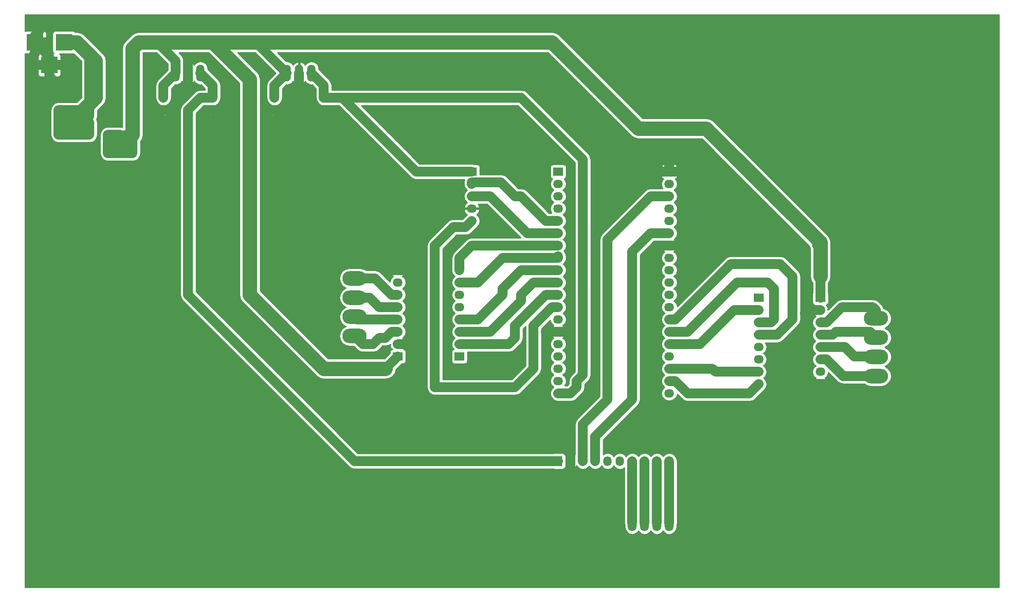
<source format=gbr>
G04 #@! TF.FileFunction,Copper,L2,Bot,Signal*
%FSLAX46Y46*%
G04 Gerber Fmt 4.6, Leading zero omitted, Abs format (unit mm)*
G04 Created by KiCad (PCBNEW 4.0.2+dfsg1-stable) date mar 04 jul 2017 13:38:56 COT*
%MOMM*%
G01*
G04 APERTURE LIST*
%ADD10C,0.100000*%
%ADD11O,1.699260X3.500120*%
%ADD12R,1.300000X1.300000*%
%ADD13C,1.300000*%
%ADD14R,3.500120X3.500120*%
%ADD15R,2.032000X1.727200*%
%ADD16O,2.032000X1.727200*%
%ADD17O,5.001260X2.999740*%
%ADD18R,1.727200X2.032000*%
%ADD19O,1.727200X2.032000*%
%ADD20O,1.800860X3.500120*%
%ADD21C,2.540000*%
%ADD22C,3.000000*%
%ADD23C,2.000000*%
%ADD24C,0.254000*%
G04 APERTURE END LIST*
D10*
D11*
X54610000Y-40640000D03*
X52070000Y-40640000D03*
X57150000Y-40640000D03*
D12*
X72390000Y-45720000D03*
D13*
X72390000Y-48220000D03*
D12*
X82550000Y-45720000D03*
D13*
X82550000Y-48220000D03*
D12*
X49530000Y-45720000D03*
D13*
X49530000Y-48220000D03*
D12*
X59690000Y-45720000D03*
D13*
X59690000Y-48220000D03*
D14*
X29060140Y-34290000D03*
X23060660Y-34290000D03*
X26060400Y-38989000D03*
D15*
X130810000Y-60960000D03*
D16*
X130810000Y-63500000D03*
X130810000Y-66040000D03*
X130810000Y-68580000D03*
X130810000Y-71120000D03*
X130810000Y-73660000D03*
X130810000Y-76200000D03*
X130810000Y-78740000D03*
X130810000Y-81280000D03*
X130810000Y-83820000D03*
X130810000Y-86360000D03*
X130810000Y-88900000D03*
X130810000Y-91440000D03*
X130810000Y-93980000D03*
X130810000Y-96520000D03*
X130810000Y-99060000D03*
X130810000Y-101600000D03*
X130810000Y-104140000D03*
X130810000Y-106680000D03*
D15*
X153670000Y-60960000D03*
D16*
X153670000Y-63500000D03*
X153670000Y-66040000D03*
X153670000Y-68580000D03*
X153670000Y-71120000D03*
X153670000Y-73660000D03*
X153670000Y-76200000D03*
X153670000Y-78740000D03*
X153670000Y-81280000D03*
X153670000Y-83820000D03*
X153670000Y-86360000D03*
X153670000Y-88900000D03*
X153670000Y-91440000D03*
X153670000Y-93980000D03*
X153670000Y-96520000D03*
X153670000Y-99060000D03*
X153670000Y-101600000D03*
X153670000Y-104140000D03*
X153670000Y-106680000D03*
D15*
X172085000Y-86995000D03*
D16*
X172085000Y-89535000D03*
X172085000Y-92075000D03*
X172085000Y-94615000D03*
X172085000Y-97155000D03*
X172085000Y-99695000D03*
X172085000Y-102235000D03*
X172085000Y-104775000D03*
D15*
X184785000Y-86995000D03*
D16*
X184785000Y-89535000D03*
X184785000Y-92075000D03*
X184785000Y-94615000D03*
X184785000Y-97155000D03*
X184785000Y-99695000D03*
X184785000Y-102235000D03*
X184785000Y-104775000D03*
D15*
X110490000Y-99060000D03*
D16*
X110490000Y-96520000D03*
X110490000Y-93980000D03*
X110490000Y-91440000D03*
X110490000Y-88900000D03*
X110490000Y-86360000D03*
X110490000Y-83820000D03*
X110490000Y-81280000D03*
D15*
X97790000Y-99060000D03*
D16*
X97790000Y-96520000D03*
X97790000Y-93980000D03*
X97790000Y-91440000D03*
X97790000Y-88900000D03*
X97790000Y-86360000D03*
X97790000Y-83820000D03*
X97790000Y-81280000D03*
D17*
X196215000Y-95173800D03*
X196215000Y-99136200D03*
X196215000Y-91213940D03*
X196215000Y-103096060D03*
X88900000Y-90881200D03*
X88900000Y-86918800D03*
X88900000Y-94841060D03*
X88900000Y-82958940D03*
D18*
X130810000Y-120650000D03*
D19*
X133350000Y-120650000D03*
X135890000Y-120650000D03*
X138430000Y-120650000D03*
X140970000Y-120650000D03*
X143510000Y-120650000D03*
X146050000Y-120650000D03*
X148590000Y-120650000D03*
X151130000Y-120650000D03*
X153670000Y-120650000D03*
D20*
X146050000Y-133350000D03*
X148590000Y-133350000D03*
X151130000Y-133350000D03*
X153670000Y-133350000D03*
D11*
X77470000Y-40640000D03*
X74930000Y-40640000D03*
X80010000Y-40640000D03*
D15*
X113030000Y-60960000D03*
D16*
X113030000Y-63500000D03*
X113030000Y-66040000D03*
X113030000Y-68580000D03*
X113030000Y-71120000D03*
D21*
X30480000Y-50800000D03*
X40640000Y-55880000D03*
D22*
X29060140Y-34290000D02*
X31750000Y-34290000D01*
X31750000Y-34290000D02*
X35560000Y-38100000D01*
X35560000Y-45720000D02*
X30480000Y-50800000D01*
X35560000Y-38100000D02*
X35560000Y-45720000D01*
D23*
X30480000Y-50800000D02*
X31750000Y-50800000D01*
X31750000Y-50800000D02*
X33020000Y-52070000D01*
X30480000Y-50800000D02*
X31750000Y-52070000D01*
X31750000Y-50800000D02*
X33020000Y-49530000D01*
X30480000Y-50800000D02*
X29210000Y-50800000D01*
X30480000Y-50800000D02*
X30480000Y-49530000D01*
X30480000Y-50800000D02*
X29210000Y-49530000D01*
X30480000Y-50800000D02*
X31750000Y-49530000D01*
X30480000Y-50800000D02*
X30480000Y-52070000D01*
X30480000Y-50800000D02*
X29210000Y-52070000D01*
X34290000Y-48260000D02*
X34290000Y-36830000D01*
X34290000Y-36830000D02*
X31750000Y-34290000D01*
X30480000Y-50800000D02*
X34290000Y-50800000D01*
X34290000Y-50800000D02*
X34290000Y-53340000D01*
X34290000Y-53340000D02*
X27940000Y-53340000D01*
X27940000Y-53340000D02*
X27940000Y-50800000D01*
X27940000Y-50800000D02*
X27940000Y-49530000D01*
X34290000Y-48260000D02*
X34290000Y-49530000D01*
X27940000Y-48260000D02*
X34290000Y-48260000D01*
X27940000Y-49530000D02*
X27940000Y-48260000D01*
X29060140Y-34290000D02*
X30480000Y-34290000D01*
X153670000Y-60960000D02*
X153670000Y-59690000D01*
X153670000Y-60960000D02*
X149860000Y-60960000D01*
X153670000Y-60960000D02*
X156210000Y-60960000D01*
X82550000Y-48220000D02*
X83780000Y-48220000D01*
X83780000Y-48220000D02*
X83820000Y-48260000D01*
X82550000Y-48220000D02*
X81320000Y-48220000D01*
X81320000Y-48220000D02*
X81280000Y-48260000D01*
X72390000Y-48220000D02*
X72390000Y-48260000D01*
X72390000Y-48260000D02*
X73660000Y-48260000D01*
X73660000Y-48260000D02*
X73660000Y-49530000D01*
X72390000Y-48220000D02*
X71160000Y-48220000D01*
X71160000Y-48220000D02*
X71120000Y-48260000D01*
X59690000Y-48220000D02*
X58460000Y-48220000D01*
X58460000Y-48220000D02*
X58420000Y-48260000D01*
X59690000Y-48220000D02*
X59690000Y-48260000D01*
X59690000Y-48260000D02*
X60960000Y-48260000D01*
X60960000Y-48260000D02*
X60960000Y-49530000D01*
X49530000Y-48220000D02*
X50760000Y-48220000D01*
X50760000Y-48220000D02*
X50800000Y-48260000D01*
X49530000Y-48220000D02*
X49530000Y-48260000D01*
X49530000Y-48260000D02*
X48260000Y-48260000D01*
X48260000Y-48260000D02*
X48260000Y-49530000D01*
X184785000Y-89535000D02*
X182245000Y-89535000D01*
X182245000Y-89535000D02*
X181610000Y-90170000D01*
X23060660Y-34290000D02*
X23060660Y-32819340D01*
X23060660Y-32819340D02*
X24130000Y-31750000D01*
X23060660Y-34290000D02*
X25400000Y-34290000D01*
X23060660Y-34290000D02*
X23060660Y-36629340D01*
X23060660Y-36629340D02*
X22860000Y-36830000D01*
X26060400Y-38989000D02*
X26060400Y-37289740D01*
X26060400Y-37289740D02*
X23060660Y-34290000D01*
X26060400Y-38989000D02*
X23241000Y-38989000D01*
X23241000Y-38989000D02*
X22860000Y-39370000D01*
X26060400Y-38989000D02*
X30099000Y-38989000D01*
X30480000Y-39370000D02*
X31750000Y-39370000D01*
X30099000Y-38989000D02*
X30480000Y-39370000D01*
X26060400Y-38989000D02*
X26060400Y-41300400D01*
X26060400Y-41300400D02*
X26670000Y-41910000D01*
X82550000Y-48220000D02*
X82550000Y-49530000D01*
X82550000Y-49530000D02*
X83820000Y-50800000D01*
X72390000Y-48260000D02*
X73660000Y-49530000D01*
X73660000Y-49530000D02*
X73660000Y-49530000D01*
X59690000Y-48260000D02*
X60960000Y-49530000D01*
X60960000Y-49530000D02*
X60960000Y-49530000D01*
X49530000Y-48260000D02*
X48260000Y-49530000D01*
X48260000Y-49530000D02*
X48260000Y-49530000D01*
X54610000Y-40640000D02*
X54610000Y-43180000D01*
X54610000Y-40640000D02*
X54610000Y-38100000D01*
X77470000Y-40640000D02*
X77470000Y-43180000D01*
X97790000Y-81280000D02*
X95250000Y-81280000D01*
X97790000Y-81280000D02*
X100330000Y-81280000D01*
X97790000Y-81280000D02*
X97790000Y-80010000D01*
X97790000Y-96520000D02*
X100330000Y-96520000D01*
X133350000Y-120650000D02*
X133350000Y-118110000D01*
X133350000Y-120650000D02*
X133350000Y-123190000D01*
X184785000Y-104775000D02*
X184785000Y-106045000D01*
X184785000Y-106045000D02*
X185420000Y-106680000D01*
X184785000Y-104775000D02*
X186055000Y-104775000D01*
X186055000Y-104775000D02*
X186690000Y-105410000D01*
X184785000Y-104775000D02*
X183515000Y-104775000D01*
X183515000Y-104775000D02*
X182880000Y-105410000D01*
X153670000Y-76200000D02*
X156210000Y-76200000D01*
X153670000Y-76200000D02*
X152400000Y-76200000D01*
X130810000Y-93980000D02*
X133350000Y-93980000D01*
X130810000Y-93980000D02*
X128270000Y-93980000D01*
X113030000Y-60960000D02*
X101600000Y-60960000D01*
X86360000Y-45720000D02*
X87630000Y-45720000D01*
X101600000Y-60960000D02*
X86360000Y-45720000D01*
X82550000Y-45720000D02*
X87630000Y-45720000D01*
X87630000Y-45720000D02*
X123190000Y-45720000D01*
X133350000Y-106680000D02*
X130810000Y-106680000D01*
X134620000Y-105410000D02*
X133350000Y-106680000D01*
X134620000Y-104140000D02*
X134620000Y-105410000D01*
X135890000Y-102870000D02*
X134620000Y-104140000D01*
X135890000Y-58420000D02*
X135890000Y-102870000D01*
X123190000Y-45720000D02*
X135890000Y-58420000D01*
X82550000Y-45720000D02*
X82550000Y-43180000D01*
X82550000Y-43180000D02*
X80010000Y-40640000D01*
X59690000Y-45720000D02*
X57150000Y-45720000D01*
X88900000Y-120650000D02*
X130810000Y-120650000D01*
X54610000Y-86360000D02*
X88900000Y-120650000D01*
X54610000Y-48260000D02*
X54610000Y-86360000D01*
X57150000Y-45720000D02*
X54610000Y-48260000D01*
X59690000Y-45720000D02*
X59690000Y-43180000D01*
X59690000Y-43180000D02*
X57150000Y-40640000D01*
X135890000Y-120650000D02*
X135890000Y-113030000D01*
X149860000Y-66040000D02*
X153670000Y-66040000D01*
X140970000Y-74930000D02*
X149860000Y-66040000D01*
X140970000Y-107950000D02*
X140970000Y-74930000D01*
X135890000Y-113030000D02*
X140970000Y-107950000D01*
X138430000Y-120650000D02*
X138430000Y-115570000D01*
X149860000Y-73660000D02*
X153670000Y-73660000D01*
X146050000Y-77470000D02*
X149860000Y-73660000D01*
X146050000Y-107950000D02*
X146050000Y-77470000D01*
X138430000Y-115570000D02*
X146050000Y-107950000D01*
X146050000Y-120650000D02*
X146050000Y-133350000D01*
X148590000Y-120650000D02*
X148590000Y-133350000D01*
X110490000Y-81280000D02*
X110490000Y-78740000D01*
X113030000Y-76200000D02*
X130810000Y-76200000D01*
X110490000Y-78740000D02*
X113030000Y-76200000D01*
X110490000Y-83820000D02*
X114300000Y-83820000D01*
X119380000Y-78740000D02*
X130810000Y-78740000D01*
X114300000Y-83820000D02*
X119380000Y-78740000D01*
X130470002Y-78740000D02*
X130810000Y-78400002D01*
X130810000Y-78400002D02*
X130810000Y-78740000D01*
X110490000Y-91440000D02*
X114300000Y-91440000D01*
X123190000Y-81280000D02*
X130810000Y-81280000D01*
X119380000Y-85090000D02*
X123190000Y-81280000D01*
X119380000Y-86360000D02*
X119380000Y-85090000D01*
X114300000Y-91440000D02*
X119380000Y-86360000D01*
X110490000Y-93980000D02*
X116840000Y-93980000D01*
X125730000Y-83820000D02*
X130810000Y-83820000D01*
X123190000Y-86360000D02*
X125730000Y-83820000D01*
X123190000Y-87630000D02*
X123190000Y-86360000D01*
X116840000Y-93980000D02*
X123190000Y-87630000D01*
X110490000Y-96520000D02*
X120650000Y-96520000D01*
X128270000Y-86360000D02*
X130810000Y-86360000D01*
X127000000Y-87630000D02*
X128270000Y-86360000D01*
X121920000Y-92710000D02*
X127000000Y-87630000D01*
X121920000Y-95250000D02*
X121920000Y-92710000D01*
X120650000Y-96520000D02*
X121920000Y-95250000D01*
X172085000Y-94615000D02*
X175895000Y-94615000D01*
X154940000Y-91440000D02*
X153670000Y-91440000D01*
X166370000Y-80010000D02*
X154940000Y-91440000D01*
X176530000Y-80010000D02*
X166370000Y-80010000D01*
X179070000Y-82550000D02*
X176530000Y-80010000D01*
X179070000Y-91440000D02*
X179070000Y-82550000D01*
X175895000Y-94615000D02*
X179070000Y-91440000D01*
X153670000Y-93980000D02*
X157480000Y-93980000D01*
X174625000Y-92075000D02*
X172085000Y-92075000D01*
X175260000Y-91440000D02*
X174625000Y-92075000D01*
X175260000Y-85090000D02*
X175260000Y-91440000D01*
X173990000Y-83820000D02*
X175260000Y-85090000D01*
X167640000Y-83820000D02*
X173990000Y-83820000D01*
X157480000Y-93980000D02*
X167640000Y-83820000D01*
X153670000Y-96520000D02*
X160020000Y-96520000D01*
X167005000Y-89535000D02*
X172085000Y-89535000D01*
X160020000Y-96520000D02*
X167005000Y-89535000D01*
X172085000Y-102235000D02*
X163195000Y-102235000D01*
X162560000Y-101600000D02*
X153670000Y-101600000D01*
X163195000Y-102235000D02*
X162560000Y-101600000D01*
X153670000Y-104140000D02*
X154940000Y-104140000D01*
X170180000Y-106680000D02*
X172085000Y-104775000D01*
X157480000Y-106680000D02*
X170180000Y-106680000D01*
X154940000Y-104140000D02*
X157480000Y-106680000D01*
X184785000Y-92075000D02*
X186055000Y-92075000D01*
X196215000Y-89535000D02*
X196215000Y-91213940D01*
X195580000Y-88900000D02*
X196215000Y-89535000D01*
X189230000Y-88900000D02*
X195580000Y-88900000D01*
X186055000Y-92075000D02*
X189230000Y-88900000D01*
X184785000Y-94615000D02*
X187325000Y-94615000D01*
X187960000Y-93980000D02*
X195021200Y-93980000D01*
X187325000Y-94615000D02*
X187960000Y-93980000D01*
X195021200Y-93980000D02*
X196215000Y-95173800D01*
X184785000Y-97155000D02*
X189865000Y-97155000D01*
X191770000Y-99060000D02*
X196138800Y-99060000D01*
X189865000Y-97155000D02*
X191770000Y-99060000D01*
X196138800Y-99060000D02*
X196215000Y-99136200D01*
X184785000Y-99695000D02*
X186055000Y-99695000D01*
X189456060Y-103096060D02*
X196215000Y-103096060D01*
X186055000Y-99695000D02*
X189456060Y-103096060D01*
X97790000Y-93980000D02*
X96520000Y-93980000D01*
X90578940Y-96520000D02*
X88900000Y-94841060D01*
X92710000Y-96520000D02*
X90578940Y-96520000D01*
X93980000Y-95250000D02*
X92710000Y-96520000D01*
X95250000Y-95250000D02*
X93980000Y-95250000D01*
X96520000Y-93980000D02*
X95250000Y-95250000D01*
X97790000Y-91440000D02*
X89458800Y-91440000D01*
X89458800Y-91440000D02*
X88900000Y-90881200D01*
X97790000Y-88900000D02*
X93980000Y-88900000D01*
X91998800Y-86918800D02*
X88900000Y-86918800D01*
X93980000Y-88900000D02*
X91998800Y-86918800D01*
X97790000Y-86360000D02*
X96520000Y-86360000D01*
X93118940Y-82958940D02*
X88900000Y-82958940D01*
X96520000Y-86360000D02*
X93118940Y-82958940D01*
X151130000Y-120650000D02*
X151130000Y-133350000D01*
X153670000Y-120650000D02*
X153670000Y-133350000D01*
X130810000Y-71120000D02*
X128270000Y-71120000D01*
X119040002Y-63160002D02*
X113030000Y-63160002D01*
X121920000Y-66040000D02*
X119040002Y-63160002D01*
X123190000Y-66040000D02*
X121920000Y-66040000D01*
X128270000Y-71120000D02*
X123190000Y-66040000D01*
X113030000Y-63160002D02*
X113030000Y-63500000D01*
X130810000Y-73660000D02*
X124460000Y-73660000D01*
X116840000Y-66040000D02*
X113030000Y-66040000D01*
X120650000Y-69850000D02*
X116840000Y-66040000D01*
X124460000Y-73660000D02*
X120650000Y-69850000D01*
X130810000Y-88900000D02*
X129540000Y-88900000D01*
X111760000Y-72390000D02*
X113030000Y-71120000D01*
X109220000Y-72390000D02*
X111760000Y-72390000D01*
X105410000Y-76200000D02*
X109220000Y-72390000D01*
X105410000Y-105410000D02*
X105410000Y-76200000D01*
X121920000Y-105410000D02*
X105410000Y-105410000D01*
X125730000Y-101600000D02*
X121920000Y-105410000D01*
X125730000Y-92710000D02*
X125730000Y-101600000D01*
X129540000Y-88900000D02*
X125730000Y-92710000D01*
D22*
X95250000Y-101600000D02*
X82550000Y-101600000D01*
D23*
X97790000Y-99060000D02*
X95250000Y-101600000D01*
D22*
X67310000Y-41910000D02*
X59690000Y-34290000D01*
X67310000Y-86360000D02*
X67310000Y-41910000D01*
X82550000Y-101600000D02*
X67310000Y-86360000D01*
X43180000Y-35560000D02*
X43180000Y-53340000D01*
X43180000Y-53340000D02*
X40640000Y-55880000D01*
X68580000Y-34290000D02*
X59690000Y-34290000D01*
X59690000Y-34290000D02*
X44450000Y-34290000D01*
X44450000Y-34290000D02*
X43180000Y-35560000D01*
X184785000Y-82550000D02*
X184785000Y-75565000D01*
X129540000Y-34290000D02*
X68580000Y-34290000D01*
X147320000Y-52070000D02*
X129540000Y-34290000D01*
X161290000Y-52070000D02*
X147320000Y-52070000D01*
X184785000Y-75565000D02*
X161290000Y-52070000D01*
D23*
X184785000Y-86995000D02*
X184785000Y-82550000D01*
X184785000Y-82550000D02*
X184785000Y-76835000D01*
X184785000Y-76835000D02*
X184150000Y-76200000D01*
X40640000Y-55880000D02*
X39370000Y-54610000D01*
X40640000Y-55880000D02*
X41910000Y-55880000D01*
X40640000Y-55880000D02*
X39370000Y-55880000D01*
X41910000Y-53340000D02*
X41910000Y-54610000D01*
X41910000Y-54610000D02*
X40640000Y-55880000D01*
X43180000Y-53340000D02*
X41910000Y-53340000D01*
X38100000Y-53340000D02*
X38100000Y-57150000D01*
X40640000Y-55880000D02*
X40640000Y-53340000D01*
X40640000Y-53340000D02*
X39370000Y-53340000D01*
X39370000Y-53340000D02*
X38100000Y-53340000D01*
X43180000Y-57150000D02*
X43180000Y-53340000D01*
X38100000Y-57150000D02*
X43180000Y-57150000D01*
X44450000Y-34290000D02*
X48260000Y-34290000D01*
X43180000Y-35560000D02*
X44450000Y-34290000D01*
X52070000Y-38100000D02*
X48260000Y-34290000D01*
X48260000Y-34290000D02*
X68580000Y-34290000D01*
X72390000Y-45720000D02*
X72390000Y-43180000D01*
X72390000Y-43180000D02*
X74930000Y-40640000D01*
X49530000Y-45720000D02*
X49530000Y-43180000D01*
X49530000Y-43180000D02*
X52070000Y-40640000D01*
X52070000Y-40640000D02*
X52070000Y-38100000D01*
X68580000Y-34290000D02*
X74930000Y-40640000D01*
D24*
G36*
X221540000Y-146610000D02*
X21030000Y-146610000D01*
X21030000Y-39274750D01*
X23675340Y-39274750D01*
X23675340Y-40865370D01*
X23772013Y-41098759D01*
X23950642Y-41277387D01*
X24184031Y-41374060D01*
X25774650Y-41374060D01*
X25933400Y-41215310D01*
X25933400Y-39116000D01*
X26187400Y-39116000D01*
X26187400Y-41215310D01*
X26346150Y-41374060D01*
X27936769Y-41374060D01*
X28170158Y-41277387D01*
X28348787Y-41098759D01*
X28445460Y-40865370D01*
X28445460Y-39274750D01*
X28286710Y-39116000D01*
X26187400Y-39116000D01*
X25933400Y-39116000D01*
X23834090Y-39116000D01*
X23675340Y-39274750D01*
X21030000Y-39274750D01*
X21030000Y-36611151D01*
X21184291Y-36675060D01*
X22774910Y-36675060D01*
X22933660Y-36516310D01*
X22933660Y-34417000D01*
X23187660Y-34417000D01*
X23187660Y-36516310D01*
X23346410Y-36675060D01*
X24012332Y-36675060D01*
X23950642Y-36700613D01*
X23772013Y-36879241D01*
X23675340Y-37112630D01*
X23675340Y-38703250D01*
X23834090Y-38862000D01*
X25933400Y-38862000D01*
X25933400Y-36762690D01*
X26187400Y-36762690D01*
X26187400Y-38862000D01*
X28286710Y-38862000D01*
X28445460Y-38703250D01*
X28445460Y-37112630D01*
X28348787Y-36879241D01*
X28170158Y-36700613D01*
X28138500Y-36687500D01*
X30810200Y-36687500D01*
X31045517Y-36643222D01*
X31068857Y-36628203D01*
X32655000Y-38214346D01*
X32655000Y-45605654D01*
X31635654Y-46625000D01*
X27940000Y-46625000D01*
X27314313Y-46749457D01*
X26783880Y-47103880D01*
X26429457Y-47634313D01*
X26305000Y-48260000D01*
X26305000Y-53340000D01*
X26429457Y-53965687D01*
X26783880Y-54496120D01*
X27314313Y-54850543D01*
X27940000Y-54975000D01*
X34290000Y-54975000D01*
X34915687Y-54850543D01*
X35446120Y-54496120D01*
X35800543Y-53965687D01*
X35925000Y-53340000D01*
X36465000Y-53340000D01*
X36465000Y-57150000D01*
X36589457Y-57775687D01*
X36943880Y-58306120D01*
X37474313Y-58660543D01*
X38100000Y-58785000D01*
X43180000Y-58785000D01*
X43805687Y-58660543D01*
X44336120Y-58306120D01*
X44690543Y-57775687D01*
X44815000Y-57150000D01*
X44815000Y-54662108D01*
X45152483Y-54157030D01*
X45315000Y-53340000D01*
X45315000Y-49119016D01*
X48810590Y-49119016D01*
X48866271Y-49349611D01*
X49349078Y-49517622D01*
X49859428Y-49488083D01*
X50193729Y-49349611D01*
X50249410Y-49119016D01*
X49530000Y-48399605D01*
X48810590Y-49119016D01*
X45315000Y-49119016D01*
X45315000Y-48039078D01*
X48232378Y-48039078D01*
X48261917Y-48549428D01*
X48400389Y-48883729D01*
X48630984Y-48939410D01*
X49350395Y-48220000D01*
X49709605Y-48220000D01*
X50429016Y-48939410D01*
X50659611Y-48883729D01*
X50827622Y-48400922D01*
X50819466Y-48260000D01*
X52974999Y-48260000D01*
X52975000Y-48260005D01*
X52975000Y-86359995D01*
X52974999Y-86360000D01*
X53099457Y-86985688D01*
X53453880Y-87516120D01*
X87743880Y-121806120D01*
X88274312Y-122160543D01*
X88900000Y-122285001D01*
X88900005Y-122285000D01*
X129805959Y-122285000D01*
X129946400Y-122313440D01*
X131673600Y-122313440D01*
X131908917Y-122269162D01*
X132125041Y-122130090D01*
X132270031Y-121917890D01*
X132289232Y-121823073D01*
X132447964Y-122000732D01*
X132975209Y-122254709D01*
X132990974Y-122257358D01*
X133223000Y-122136217D01*
X133223000Y-120777000D01*
X133203000Y-120777000D01*
X133203000Y-120523000D01*
X133223000Y-120523000D01*
X133223000Y-119163783D01*
X133477000Y-119163783D01*
X133477000Y-120523000D01*
X133497000Y-120523000D01*
X133497000Y-120777000D01*
X133477000Y-120777000D01*
X133477000Y-122136217D01*
X133709026Y-122257358D01*
X133724791Y-122254709D01*
X134252036Y-122000732D01*
X134602111Y-121608914D01*
X134733880Y-121806120D01*
X134801541Y-121851330D01*
X134830330Y-121894415D01*
X135316511Y-122219271D01*
X135890000Y-122333345D01*
X136463489Y-122219271D01*
X136949670Y-121894415D01*
X136978459Y-121851330D01*
X137046120Y-121806120D01*
X137160000Y-121635686D01*
X137273880Y-121806120D01*
X137341541Y-121851330D01*
X137370330Y-121894415D01*
X137856511Y-122219271D01*
X138430000Y-122333345D01*
X139003489Y-122219271D01*
X139489670Y-121894415D01*
X139518459Y-121851330D01*
X139586120Y-121806120D01*
X139718726Y-121607660D01*
X139910330Y-121894415D01*
X140396511Y-122219271D01*
X140970000Y-122333345D01*
X141543489Y-122219271D01*
X142029670Y-121894415D01*
X142240000Y-121579634D01*
X142450330Y-121894415D01*
X142936511Y-122219271D01*
X143510000Y-122333345D01*
X144083489Y-122219271D01*
X144415000Y-121997762D01*
X144415000Y-133350000D01*
X144514570Y-133850572D01*
X144514570Y-134246356D01*
X144631448Y-134833940D01*
X144964287Y-135332069D01*
X145462416Y-135664908D01*
X146050000Y-135781786D01*
X146637584Y-135664908D01*
X147135713Y-135332069D01*
X147320000Y-135056264D01*
X147504287Y-135332069D01*
X148002416Y-135664908D01*
X148590000Y-135781786D01*
X149177584Y-135664908D01*
X149675713Y-135332069D01*
X149860000Y-135056264D01*
X150044287Y-135332069D01*
X150542416Y-135664908D01*
X151130000Y-135781786D01*
X151717584Y-135664908D01*
X152215713Y-135332069D01*
X152400000Y-135056264D01*
X152584287Y-135332069D01*
X153082416Y-135664908D01*
X153670000Y-135781786D01*
X154257584Y-135664908D01*
X154755713Y-135332069D01*
X155088552Y-134833940D01*
X155205430Y-134246356D01*
X155205430Y-133850572D01*
X155305000Y-133350000D01*
X155305000Y-120650000D01*
X155180543Y-120024313D01*
X154826120Y-119493880D01*
X154758459Y-119448670D01*
X154729670Y-119405585D01*
X154243489Y-119080729D01*
X153670000Y-118966655D01*
X153096511Y-119080729D01*
X152610330Y-119405585D01*
X152581541Y-119448670D01*
X152513880Y-119493880D01*
X152400000Y-119664314D01*
X152286120Y-119493880D01*
X152218459Y-119448670D01*
X152189670Y-119405585D01*
X151703489Y-119080729D01*
X151130000Y-118966655D01*
X150556511Y-119080729D01*
X150070330Y-119405585D01*
X150041541Y-119448670D01*
X149973880Y-119493880D01*
X149860000Y-119664314D01*
X149746120Y-119493880D01*
X149678459Y-119448670D01*
X149649670Y-119405585D01*
X149163489Y-119080729D01*
X148590000Y-118966655D01*
X148016511Y-119080729D01*
X147530330Y-119405585D01*
X147501541Y-119448670D01*
X147433880Y-119493880D01*
X147320000Y-119664314D01*
X147206120Y-119493880D01*
X147138459Y-119448670D01*
X147109670Y-119405585D01*
X146623489Y-119080729D01*
X146050000Y-118966655D01*
X145476511Y-119080729D01*
X144990330Y-119405585D01*
X144961541Y-119448670D01*
X144893880Y-119493880D01*
X144761274Y-119692340D01*
X144569670Y-119405585D01*
X144083489Y-119080729D01*
X143510000Y-118966655D01*
X142936511Y-119080729D01*
X142450330Y-119405585D01*
X142240000Y-119720366D01*
X142029670Y-119405585D01*
X141543489Y-119080729D01*
X140970000Y-118966655D01*
X140396511Y-119080729D01*
X140065000Y-119302238D01*
X140065000Y-116247240D01*
X147206117Y-109106122D01*
X147206120Y-109106120D01*
X147560543Y-108575687D01*
X147685000Y-107950000D01*
X147685000Y-78740000D01*
X151986655Y-78740000D01*
X152100729Y-79313489D01*
X152425585Y-79799670D01*
X152740366Y-80010000D01*
X152425585Y-80220330D01*
X152100729Y-80706511D01*
X151986655Y-81280000D01*
X152100729Y-81853489D01*
X152425585Y-82339670D01*
X152740366Y-82550000D01*
X152425585Y-82760330D01*
X152100729Y-83246511D01*
X151986655Y-83820000D01*
X152100729Y-84393489D01*
X152425585Y-84879670D01*
X152740366Y-85090000D01*
X152425585Y-85300330D01*
X152100729Y-85786511D01*
X151986655Y-86360000D01*
X152100729Y-86933489D01*
X152425585Y-87419670D01*
X152740366Y-87630000D01*
X152425585Y-87840330D01*
X152100729Y-88326511D01*
X151986655Y-88900000D01*
X152100729Y-89473489D01*
X152425585Y-89959670D01*
X152712340Y-90151274D01*
X152513880Y-90283880D01*
X152468670Y-90351541D01*
X152425585Y-90380330D01*
X152100729Y-90866511D01*
X151986655Y-91440000D01*
X152100729Y-92013489D01*
X152425585Y-92499670D01*
X152468670Y-92528459D01*
X152513880Y-92596120D01*
X152684314Y-92710000D01*
X152513880Y-92823880D01*
X152468670Y-92891541D01*
X152425585Y-92920330D01*
X152100729Y-93406511D01*
X151986655Y-93980000D01*
X152100729Y-94553489D01*
X152425585Y-95039670D01*
X152468670Y-95068459D01*
X152513880Y-95136120D01*
X152684314Y-95250000D01*
X152513880Y-95363880D01*
X152468670Y-95431541D01*
X152425585Y-95460330D01*
X152100729Y-95946511D01*
X151986655Y-96520000D01*
X152100729Y-97093489D01*
X152425585Y-97579670D01*
X152468670Y-97608459D01*
X152513880Y-97676120D01*
X152712340Y-97808726D01*
X152425585Y-98000330D01*
X152100729Y-98486511D01*
X151986655Y-99060000D01*
X152100729Y-99633489D01*
X152425585Y-100119670D01*
X152712340Y-100311274D01*
X152513880Y-100443880D01*
X152468670Y-100511541D01*
X152425585Y-100540330D01*
X152100729Y-101026511D01*
X151986655Y-101600000D01*
X152100729Y-102173489D01*
X152425585Y-102659670D01*
X152468670Y-102688459D01*
X152513880Y-102756120D01*
X152684314Y-102870000D01*
X152513880Y-102983880D01*
X152468670Y-103051541D01*
X152425585Y-103080330D01*
X152100729Y-103566511D01*
X151986655Y-104140000D01*
X152100729Y-104713489D01*
X152425585Y-105199670D01*
X152468670Y-105228459D01*
X152513880Y-105296120D01*
X152712340Y-105428726D01*
X152425585Y-105620330D01*
X152100729Y-106106511D01*
X151986655Y-106680000D01*
X152100729Y-107253489D01*
X152425585Y-107739670D01*
X152911766Y-108064526D01*
X153485255Y-108178600D01*
X153854745Y-108178600D01*
X154428234Y-108064526D01*
X154914415Y-107739670D01*
X155239271Y-107253489D01*
X155322555Y-106834794D01*
X156323878Y-107836117D01*
X156323880Y-107836120D01*
X156854313Y-108190543D01*
X157480000Y-108315000D01*
X170179995Y-108315000D01*
X170180000Y-108315001D01*
X170805688Y-108190543D01*
X171336120Y-107836120D01*
X173241120Y-105931119D01*
X173286329Y-105863459D01*
X173329415Y-105834670D01*
X173654271Y-105348489D01*
X173696930Y-105134026D01*
X183177642Y-105134026D01*
X183180291Y-105149791D01*
X183434268Y-105677036D01*
X183870680Y-106066954D01*
X184423087Y-106260184D01*
X184658000Y-106115924D01*
X184658000Y-104902000D01*
X184912000Y-104902000D01*
X184912000Y-106115924D01*
X185146913Y-106260184D01*
X185699320Y-106066954D01*
X186135732Y-105677036D01*
X186389709Y-105149791D01*
X186392358Y-105134026D01*
X186271217Y-104902000D01*
X184912000Y-104902000D01*
X184658000Y-104902000D01*
X183298783Y-104902000D01*
X183177642Y-105134026D01*
X173696930Y-105134026D01*
X173768345Y-104775000D01*
X173654271Y-104201511D01*
X173329415Y-103715330D01*
X173286330Y-103686541D01*
X173241120Y-103618880D01*
X173070686Y-103505000D01*
X173241120Y-103391120D01*
X173286330Y-103323459D01*
X173329415Y-103294670D01*
X173654271Y-102808489D01*
X173768345Y-102235000D01*
X173654271Y-101661511D01*
X173329415Y-101175330D01*
X173286330Y-101146541D01*
X173241120Y-101078880D01*
X173042660Y-100946274D01*
X173329415Y-100754670D01*
X173654271Y-100268489D01*
X173768345Y-99695000D01*
X173654271Y-99121511D01*
X173329415Y-98635330D01*
X173014634Y-98425000D01*
X173329415Y-98214670D01*
X173654271Y-97728489D01*
X173768345Y-97155000D01*
X173654271Y-96581511D01*
X173432762Y-96250000D01*
X175894995Y-96250000D01*
X175895000Y-96250001D01*
X176520688Y-96125543D01*
X177051120Y-95771120D01*
X180226120Y-92596120D01*
X180580543Y-92065688D01*
X180705001Y-91440000D01*
X180705000Y-91439995D01*
X180705000Y-82550000D01*
X180580543Y-81924313D01*
X180226120Y-81393880D01*
X180226117Y-81393878D01*
X177686120Y-78853880D01*
X177155688Y-78499457D01*
X176530000Y-78374999D01*
X176529995Y-78375000D01*
X166370005Y-78375000D01*
X166370000Y-78374999D01*
X165744312Y-78499457D01*
X165213880Y-78853880D01*
X155322554Y-88745206D01*
X155239271Y-88326511D01*
X154914415Y-87840330D01*
X154599634Y-87630000D01*
X154914415Y-87419670D01*
X155239271Y-86933489D01*
X155353345Y-86360000D01*
X155239271Y-85786511D01*
X154914415Y-85300330D01*
X154599634Y-85090000D01*
X154914415Y-84879670D01*
X155239271Y-84393489D01*
X155353345Y-83820000D01*
X155239271Y-83246511D01*
X154914415Y-82760330D01*
X154599634Y-82550000D01*
X154914415Y-82339670D01*
X155239271Y-81853489D01*
X155353345Y-81280000D01*
X155239271Y-80706511D01*
X154914415Y-80220330D01*
X154599634Y-80010000D01*
X154914415Y-79799670D01*
X155239271Y-79313489D01*
X155353345Y-78740000D01*
X155239271Y-78166511D01*
X154914415Y-77680330D01*
X154604931Y-77473539D01*
X155020732Y-77102036D01*
X155274709Y-76574791D01*
X155277358Y-76559026D01*
X155156217Y-76327000D01*
X153797000Y-76327000D01*
X153797000Y-76347000D01*
X153543000Y-76347000D01*
X153543000Y-76327000D01*
X152183783Y-76327000D01*
X152062642Y-76559026D01*
X152065291Y-76574791D01*
X152319268Y-77102036D01*
X152735069Y-77473539D01*
X152425585Y-77680330D01*
X152100729Y-78166511D01*
X151986655Y-78740000D01*
X147685000Y-78740000D01*
X147685000Y-78147240D01*
X150537239Y-75295000D01*
X152322585Y-75295000D01*
X152319268Y-75297964D01*
X152065291Y-75825209D01*
X152062642Y-75840974D01*
X152183783Y-76073000D01*
X153543000Y-76073000D01*
X153543000Y-76053000D01*
X153797000Y-76053000D01*
X153797000Y-76073000D01*
X155156217Y-76073000D01*
X155277358Y-75840974D01*
X155274709Y-75825209D01*
X155020732Y-75297964D01*
X154628914Y-74947889D01*
X154826120Y-74816120D01*
X154871330Y-74748459D01*
X154914415Y-74719670D01*
X155239271Y-74233489D01*
X155353345Y-73660000D01*
X155239271Y-73086511D01*
X154914415Y-72600330D01*
X154871330Y-72571541D01*
X154826120Y-72503880D01*
X154627660Y-72371274D01*
X154914415Y-72179670D01*
X155239271Y-71693489D01*
X155353345Y-71120000D01*
X155239271Y-70546511D01*
X154914415Y-70060330D01*
X154599634Y-69850000D01*
X154914415Y-69639670D01*
X155239271Y-69153489D01*
X155353345Y-68580000D01*
X155239271Y-68006511D01*
X154914415Y-67520330D01*
X154627660Y-67328726D01*
X154826120Y-67196120D01*
X154871330Y-67128459D01*
X154914415Y-67099670D01*
X155239271Y-66613489D01*
X155353345Y-66040000D01*
X155239271Y-65466511D01*
X154914415Y-64980330D01*
X154871330Y-64951541D01*
X154826120Y-64883880D01*
X154627660Y-64751274D01*
X154914415Y-64559670D01*
X155239271Y-64073489D01*
X155353345Y-63500000D01*
X155239271Y-62926511D01*
X154914415Y-62440330D01*
X154892220Y-62425500D01*
X155045698Y-62361927D01*
X155224327Y-62183299D01*
X155321000Y-61949910D01*
X155321000Y-61245750D01*
X155162250Y-61087000D01*
X153797000Y-61087000D01*
X153797000Y-61107000D01*
X153543000Y-61107000D01*
X153543000Y-61087000D01*
X152177750Y-61087000D01*
X152019000Y-61245750D01*
X152019000Y-61949910D01*
X152115673Y-62183299D01*
X152294302Y-62361927D01*
X152447780Y-62425500D01*
X152425585Y-62440330D01*
X152100729Y-62926511D01*
X151986655Y-63500000D01*
X152100729Y-64073489D01*
X152322238Y-64405000D01*
X149860005Y-64405000D01*
X149860000Y-64404999D01*
X149234313Y-64529457D01*
X148703880Y-64883880D01*
X148703878Y-64883883D01*
X139813880Y-73773880D01*
X139459457Y-74304312D01*
X139334999Y-74930000D01*
X139335000Y-74930005D01*
X139335000Y-107272760D01*
X134733880Y-111873880D01*
X134379457Y-112404312D01*
X134254999Y-113030000D01*
X134255000Y-113030005D01*
X134255000Y-119302585D01*
X134252036Y-119299268D01*
X133724791Y-119045291D01*
X133709026Y-119042642D01*
X133477000Y-119163783D01*
X133223000Y-119163783D01*
X132990974Y-119042642D01*
X132975209Y-119045291D01*
X132447964Y-119299268D01*
X132291093Y-119474845D01*
X132276762Y-119398683D01*
X132137690Y-119182559D01*
X131925490Y-119037569D01*
X131673600Y-118986560D01*
X129946400Y-118986560D01*
X129795255Y-119015000D01*
X89577240Y-119015000D01*
X56245000Y-85682760D01*
X56245000Y-49119016D01*
X58970590Y-49119016D01*
X59026271Y-49349611D01*
X59509078Y-49517622D01*
X60019428Y-49488083D01*
X60353729Y-49349611D01*
X60409410Y-49119016D01*
X59690000Y-48399605D01*
X58970590Y-49119016D01*
X56245000Y-49119016D01*
X56245000Y-48937240D01*
X57827239Y-47355000D01*
X58705652Y-47355000D01*
X58675522Y-47385130D01*
X58790982Y-47500590D01*
X58560389Y-47556271D01*
X58392378Y-48039078D01*
X58421917Y-48549428D01*
X58560389Y-48883729D01*
X58790984Y-48939410D01*
X59510395Y-48220000D01*
X59869605Y-48220000D01*
X60589016Y-48939410D01*
X60819611Y-48883729D01*
X60987622Y-48400922D01*
X60958083Y-47890572D01*
X60819611Y-47556271D01*
X60589016Y-47500590D01*
X59869605Y-48220000D01*
X59510395Y-48220000D01*
X59496252Y-48205858D01*
X59675858Y-48026252D01*
X59690000Y-48040395D01*
X60409410Y-47320984D01*
X60377585Y-47189184D01*
X60846120Y-46876120D01*
X61200543Y-46345687D01*
X61325000Y-45720000D01*
X61325000Y-43180000D01*
X61200543Y-42554313D01*
X60846120Y-42023880D01*
X60846117Y-42023878D01*
X58634630Y-39812390D01*
X58634630Y-39692844D01*
X58521619Y-39124701D01*
X58199792Y-38643052D01*
X57718143Y-38321225D01*
X57150000Y-38208214D01*
X56581857Y-38321225D01*
X56100208Y-38643052D01*
X55874484Y-38980873D01*
X55569989Y-38599976D01*
X55060810Y-38319351D01*
X54966832Y-38298460D01*
X54737000Y-38419786D01*
X54737000Y-40513000D01*
X54757000Y-40513000D01*
X54757000Y-40767000D01*
X54737000Y-40767000D01*
X54737000Y-42860214D01*
X54966832Y-42981540D01*
X55060810Y-42960649D01*
X55569989Y-42680024D01*
X55874484Y-42299127D01*
X56100208Y-42636948D01*
X56581857Y-42958775D01*
X57150000Y-43071786D01*
X57249712Y-43051952D01*
X58055000Y-43857239D01*
X58055000Y-44085000D01*
X57150000Y-44085000D01*
X56524313Y-44209457D01*
X55993880Y-44563880D01*
X55993878Y-44563883D01*
X53453880Y-47103880D01*
X53099457Y-47634312D01*
X52974999Y-48260000D01*
X50819466Y-48260000D01*
X50798083Y-47890572D01*
X50659611Y-47556271D01*
X50429016Y-47500590D01*
X49709605Y-48220000D01*
X49350395Y-48220000D01*
X48630984Y-47500590D01*
X48400389Y-47556271D01*
X48232378Y-48039078D01*
X45315000Y-48039078D01*
X45315000Y-36444346D01*
X45334346Y-36425000D01*
X48082760Y-36425000D01*
X50435000Y-38777239D01*
X50435000Y-39962761D01*
X48373880Y-42023880D01*
X48019457Y-42554312D01*
X47894999Y-43180000D01*
X47895000Y-43180005D01*
X47895000Y-45720000D01*
X48019457Y-46345687D01*
X48373880Y-46876120D01*
X48842415Y-47189184D01*
X48810590Y-47320984D01*
X49530000Y-48040395D01*
X50249410Y-47320984D01*
X50217585Y-47189184D01*
X50686120Y-46876120D01*
X51040543Y-46345687D01*
X51165000Y-45720000D01*
X51165000Y-43857240D01*
X51970288Y-43051952D01*
X52070000Y-43071786D01*
X52638143Y-42958775D01*
X53119792Y-42636948D01*
X53345516Y-42299127D01*
X53650011Y-42680024D01*
X54159190Y-42960649D01*
X54253168Y-42981540D01*
X54483000Y-42860214D01*
X54483000Y-40767000D01*
X54463000Y-40767000D01*
X54463000Y-40513000D01*
X54483000Y-40513000D01*
X54483000Y-38419786D01*
X54253168Y-38298460D01*
X54159190Y-38319351D01*
X53705000Y-38569670D01*
X53705000Y-38100005D01*
X53705001Y-38100000D01*
X53580543Y-37474313D01*
X53568098Y-37455687D01*
X53226120Y-36943880D01*
X53226117Y-36943878D01*
X52707239Y-36425000D01*
X58805654Y-36425000D01*
X65175000Y-42794346D01*
X65175000Y-86360000D01*
X65337517Y-87177029D01*
X65800327Y-87869673D01*
X81040327Y-103109673D01*
X81732971Y-103572483D01*
X82550000Y-103735000D01*
X95250000Y-103735000D01*
X96067029Y-103572483D01*
X96759673Y-103109673D01*
X97222483Y-102417029D01*
X97340991Y-101821249D01*
X98591199Y-100571040D01*
X98806000Y-100571040D01*
X99041317Y-100526762D01*
X99257441Y-100387690D01*
X99402431Y-100175490D01*
X99453440Y-99923600D01*
X99453440Y-98196400D01*
X99409162Y-97961083D01*
X99270090Y-97744959D01*
X99057890Y-97599969D01*
X98963073Y-97580768D01*
X99140732Y-97422036D01*
X99394709Y-96894791D01*
X99397358Y-96879026D01*
X99276217Y-96647000D01*
X97917000Y-96647000D01*
X97917000Y-96667000D01*
X97663000Y-96667000D01*
X97663000Y-96647000D01*
X97643000Y-96647000D01*
X97643000Y-96393000D01*
X97663000Y-96393000D01*
X97663000Y-96373000D01*
X97917000Y-96373000D01*
X97917000Y-96393000D01*
X99276217Y-96393000D01*
X99397358Y-96160974D01*
X99394709Y-96145209D01*
X99140732Y-95617964D01*
X98748914Y-95267889D01*
X98946120Y-95136120D01*
X98991330Y-95068459D01*
X99034415Y-95039670D01*
X99359271Y-94553489D01*
X99473345Y-93980000D01*
X99359271Y-93406511D01*
X99034415Y-92920330D01*
X98991330Y-92891541D01*
X98946120Y-92823880D01*
X98775686Y-92710000D01*
X98946120Y-92596120D01*
X98991330Y-92528459D01*
X99034415Y-92499670D01*
X99359271Y-92013489D01*
X99473345Y-91440000D01*
X99359271Y-90866511D01*
X99034415Y-90380330D01*
X98991330Y-90351541D01*
X98946120Y-90283880D01*
X98775686Y-90170000D01*
X98946120Y-90056120D01*
X98991330Y-89988459D01*
X99034415Y-89959670D01*
X99359271Y-89473489D01*
X99473345Y-88900000D01*
X99359271Y-88326511D01*
X99034415Y-87840330D01*
X98991330Y-87811541D01*
X98946120Y-87743880D01*
X98775686Y-87630000D01*
X98946120Y-87516120D01*
X98991330Y-87448459D01*
X99034415Y-87419670D01*
X99359271Y-86933489D01*
X99473345Y-86360000D01*
X99359271Y-85786511D01*
X99034415Y-85300330D01*
X98991330Y-85271541D01*
X98946120Y-85203880D01*
X98747660Y-85071274D01*
X99034415Y-84879670D01*
X99359271Y-84393489D01*
X99473345Y-83820000D01*
X99359271Y-83246511D01*
X99034415Y-82760330D01*
X98724931Y-82553539D01*
X99140732Y-82182036D01*
X99394709Y-81654791D01*
X99397358Y-81639026D01*
X99276217Y-81407000D01*
X97917000Y-81407000D01*
X97917000Y-81427000D01*
X97663000Y-81427000D01*
X97663000Y-81407000D01*
X96303783Y-81407000D01*
X96182642Y-81639026D01*
X96185291Y-81654791D01*
X96439268Y-82182036D01*
X96855069Y-82553539D01*
X96545585Y-82760330D01*
X96220729Y-83246511D01*
X96137445Y-83665206D01*
X94275060Y-81802820D01*
X93744628Y-81448397D01*
X93118940Y-81323939D01*
X93118935Y-81323940D01*
X91284069Y-81323940D01*
X90779170Y-80986577D01*
X90449361Y-80920974D01*
X96182642Y-80920974D01*
X96303783Y-81153000D01*
X97663000Y-81153000D01*
X97663000Y-79939076D01*
X97917000Y-79939076D01*
X97917000Y-81153000D01*
X99276217Y-81153000D01*
X99397358Y-80920974D01*
X99394709Y-80905209D01*
X99140732Y-80377964D01*
X98704320Y-79988046D01*
X98151913Y-79794816D01*
X97917000Y-79939076D01*
X97663000Y-79939076D01*
X97428087Y-79794816D01*
X96875680Y-79988046D01*
X96439268Y-80377964D01*
X96185291Y-80905209D01*
X96182642Y-80920974D01*
X90449361Y-80920974D01*
X89962191Y-80824070D01*
X87837809Y-80824070D01*
X87020830Y-80986577D01*
X86328228Y-81449359D01*
X85865446Y-82141961D01*
X85702939Y-82958940D01*
X85865446Y-83775919D01*
X86328228Y-84468521D01*
X87020830Y-84931303D01*
X87058872Y-84938870D01*
X87020830Y-84946437D01*
X86328228Y-85409219D01*
X85865446Y-86101821D01*
X85702939Y-86918800D01*
X85865446Y-87735779D01*
X86328228Y-88428381D01*
X87020830Y-88891163D01*
X87065257Y-88900000D01*
X87020830Y-88908837D01*
X86328228Y-89371619D01*
X85865446Y-90064221D01*
X85702939Y-90881200D01*
X85865446Y-91698179D01*
X86328228Y-92390781D01*
X87020830Y-92853563D01*
X87058872Y-92861130D01*
X87020830Y-92868697D01*
X86328228Y-93331479D01*
X85865446Y-94024081D01*
X85702939Y-94841060D01*
X85865446Y-95658039D01*
X86328228Y-96350641D01*
X87020830Y-96813423D01*
X87837809Y-96975930D01*
X88722631Y-96975930D01*
X89422818Y-97676117D01*
X89422820Y-97676120D01*
X89935379Y-98018600D01*
X89953253Y-98030543D01*
X90578940Y-98155001D01*
X90578945Y-98155000D01*
X92709995Y-98155000D01*
X92710000Y-98155001D01*
X93335688Y-98030543D01*
X93866120Y-97676120D01*
X94657239Y-96885000D01*
X95249995Y-96885000D01*
X95250000Y-96885001D01*
X95875688Y-96760543D01*
X96139000Y-96584604D01*
X96139000Y-96647002D01*
X96303782Y-96647002D01*
X96182642Y-96879026D01*
X96185291Y-96894791D01*
X96439268Y-97422036D01*
X96614845Y-97578907D01*
X96538683Y-97593238D01*
X96322559Y-97732310D01*
X96177569Y-97944510D01*
X96126560Y-98196400D01*
X96126560Y-98411201D01*
X95072760Y-99465000D01*
X83434346Y-99465000D01*
X69445000Y-85475654D01*
X69445000Y-49119016D01*
X71670590Y-49119016D01*
X71726271Y-49349611D01*
X72209078Y-49517622D01*
X72719428Y-49488083D01*
X73053729Y-49349611D01*
X73109410Y-49119016D01*
X81830590Y-49119016D01*
X81886271Y-49349611D01*
X82369078Y-49517622D01*
X82879428Y-49488083D01*
X83213729Y-49349611D01*
X83269410Y-49119016D01*
X82550000Y-48399605D01*
X81830590Y-49119016D01*
X73109410Y-49119016D01*
X72390000Y-48399605D01*
X71670590Y-49119016D01*
X69445000Y-49119016D01*
X69445000Y-48039078D01*
X71092378Y-48039078D01*
X71121917Y-48549428D01*
X71260389Y-48883729D01*
X71490984Y-48939410D01*
X72210395Y-48220000D01*
X72569605Y-48220000D01*
X73289016Y-48939410D01*
X73519611Y-48883729D01*
X73687622Y-48400922D01*
X73666679Y-48039078D01*
X81252378Y-48039078D01*
X81281917Y-48549428D01*
X81420389Y-48883729D01*
X81650984Y-48939410D01*
X82370395Y-48220000D01*
X81650984Y-47500590D01*
X81420389Y-47556271D01*
X81252378Y-48039078D01*
X73666679Y-48039078D01*
X73658083Y-47890572D01*
X73519611Y-47556271D01*
X73289016Y-47500590D01*
X72569605Y-48220000D01*
X72210395Y-48220000D01*
X71490984Y-47500590D01*
X71260389Y-47556271D01*
X71092378Y-48039078D01*
X69445000Y-48039078D01*
X69445000Y-41910000D01*
X69306818Y-41215310D01*
X69282483Y-41092970D01*
X68819673Y-40400327D01*
X64844346Y-36425000D01*
X68402760Y-36425000D01*
X72617760Y-40640000D01*
X71233880Y-42023880D01*
X70879457Y-42554312D01*
X70754999Y-43180000D01*
X70755000Y-43180005D01*
X70755000Y-45720000D01*
X70879457Y-46345687D01*
X71233880Y-46876120D01*
X71702415Y-47189184D01*
X71670590Y-47320984D01*
X72390000Y-48040395D01*
X73109410Y-47320984D01*
X73077585Y-47189184D01*
X73546120Y-46876120D01*
X73900543Y-46345687D01*
X74025000Y-45720000D01*
X74025000Y-43857240D01*
X74830288Y-43051952D01*
X74930000Y-43071786D01*
X75498143Y-42958775D01*
X75979792Y-42636948D01*
X76205516Y-42299127D01*
X76510011Y-42680024D01*
X77019190Y-42960649D01*
X77113168Y-42981540D01*
X77343000Y-42860214D01*
X77343000Y-40767000D01*
X77323000Y-40767000D01*
X77323000Y-40513000D01*
X77343000Y-40513000D01*
X77343000Y-38419786D01*
X77597000Y-38419786D01*
X77597000Y-40513000D01*
X77617000Y-40513000D01*
X77617000Y-40767000D01*
X77597000Y-40767000D01*
X77597000Y-42860214D01*
X77826832Y-42981540D01*
X77920810Y-42960649D01*
X78429989Y-42680024D01*
X78734484Y-42299127D01*
X78960208Y-42636948D01*
X79441857Y-42958775D01*
X80010000Y-43071786D01*
X80109712Y-43051952D01*
X80915000Y-43857239D01*
X80915000Y-45720000D01*
X81039457Y-46345687D01*
X81393880Y-46876120D01*
X81862415Y-47189184D01*
X81830590Y-47320984D01*
X82550000Y-48040395D01*
X82564142Y-48026252D01*
X82743748Y-48205858D01*
X82729605Y-48220000D01*
X83449016Y-48939410D01*
X83679611Y-48883729D01*
X83847622Y-48400922D01*
X83818083Y-47890572D01*
X83679611Y-47556271D01*
X83449018Y-47500590D01*
X83564478Y-47385130D01*
X83534348Y-47355000D01*
X85682760Y-47355000D01*
X100443878Y-62116117D01*
X100443880Y-62116120D01*
X100898716Y-62420031D01*
X100974313Y-62470543D01*
X101600000Y-62595001D01*
X101600005Y-62595000D01*
X111507386Y-62595000D01*
X111395000Y-63160002D01*
X111395000Y-63256953D01*
X111346655Y-63500000D01*
X111460729Y-64073489D01*
X111785585Y-64559670D01*
X111828670Y-64588459D01*
X111873880Y-64656120D01*
X112044314Y-64770000D01*
X111873880Y-64883880D01*
X111828670Y-64951541D01*
X111785585Y-64980330D01*
X111460729Y-65466511D01*
X111346655Y-66040000D01*
X111460729Y-66613489D01*
X111785585Y-67099670D01*
X111828670Y-67128459D01*
X111873880Y-67196120D01*
X112071086Y-67327889D01*
X111679268Y-67677964D01*
X111425291Y-68205209D01*
X111422642Y-68220974D01*
X111543783Y-68453000D01*
X112903000Y-68453000D01*
X112903000Y-68433000D01*
X113157000Y-68433000D01*
X113157000Y-68453000D01*
X114516217Y-68453000D01*
X114637358Y-68220974D01*
X114634709Y-68205209D01*
X114380732Y-67677964D01*
X114377415Y-67675000D01*
X116162760Y-67675000D01*
X119493878Y-71006117D01*
X119493880Y-71006120D01*
X123052761Y-74565000D01*
X113030000Y-74565000D01*
X112404313Y-74689457D01*
X111873880Y-75043880D01*
X111873878Y-75043883D01*
X109333880Y-77583880D01*
X108979457Y-78114312D01*
X108854999Y-78740000D01*
X108855000Y-78740005D01*
X108855000Y-81036953D01*
X108806655Y-81280000D01*
X108920729Y-81853489D01*
X109245585Y-82339670D01*
X109288670Y-82368459D01*
X109333880Y-82436120D01*
X109504314Y-82550000D01*
X109333880Y-82663880D01*
X109288670Y-82731541D01*
X109245585Y-82760330D01*
X108920729Y-83246511D01*
X108806655Y-83820000D01*
X108920729Y-84393489D01*
X109245585Y-84879670D01*
X109288670Y-84908459D01*
X109333880Y-84976120D01*
X109532340Y-85108726D01*
X109245585Y-85300330D01*
X108920729Y-85786511D01*
X108806655Y-86360000D01*
X108920729Y-86933489D01*
X109245585Y-87419670D01*
X109560366Y-87630000D01*
X109245585Y-87840330D01*
X108920729Y-88326511D01*
X108806655Y-88900000D01*
X108920729Y-89473489D01*
X109245585Y-89959670D01*
X109532340Y-90151274D01*
X109333880Y-90283880D01*
X109288670Y-90351541D01*
X109245585Y-90380330D01*
X108920729Y-90866511D01*
X108806655Y-91440000D01*
X108920729Y-92013489D01*
X109245585Y-92499670D01*
X109288670Y-92528459D01*
X109333880Y-92596120D01*
X109504314Y-92710000D01*
X109333880Y-92823880D01*
X109288670Y-92891541D01*
X109245585Y-92920330D01*
X108920729Y-93406511D01*
X108806655Y-93980000D01*
X108920729Y-94553489D01*
X109245585Y-95039670D01*
X109288670Y-95068459D01*
X109333880Y-95136120D01*
X109504314Y-95250000D01*
X109333880Y-95363880D01*
X109288670Y-95431541D01*
X109245585Y-95460330D01*
X108920729Y-95946511D01*
X108806655Y-96520000D01*
X108920729Y-97093489D01*
X109245585Y-97579670D01*
X109259913Y-97589243D01*
X109238683Y-97593238D01*
X109022559Y-97732310D01*
X108877569Y-97944510D01*
X108826560Y-98196400D01*
X108826560Y-99923600D01*
X108870838Y-100158917D01*
X109009910Y-100375041D01*
X109222110Y-100520031D01*
X109474000Y-100571040D01*
X111506000Y-100571040D01*
X111741317Y-100526762D01*
X111957441Y-100387690D01*
X112102431Y-100175490D01*
X112153440Y-99923600D01*
X112153440Y-98196400D01*
X112145650Y-98155000D01*
X120649995Y-98155000D01*
X120650000Y-98155001D01*
X121275688Y-98030543D01*
X121806120Y-97676120D01*
X123076117Y-96406122D01*
X123076120Y-96406120D01*
X123347797Y-95999526D01*
X123430543Y-95875688D01*
X123555000Y-95250000D01*
X123555000Y-93387240D01*
X124095000Y-92847240D01*
X124095000Y-100922761D01*
X121242760Y-103775000D01*
X107045000Y-103775000D01*
X107045000Y-76877240D01*
X109897239Y-74025000D01*
X111759995Y-74025000D01*
X111760000Y-74025001D01*
X112385688Y-73900543D01*
X112916120Y-73546120D01*
X114186119Y-72276120D01*
X114231328Y-72208460D01*
X114274415Y-72179670D01*
X114599271Y-71693489D01*
X114713345Y-71120000D01*
X114599271Y-70546511D01*
X114274415Y-70060330D01*
X114231327Y-70031540D01*
X114186119Y-69963881D01*
X113988913Y-69832112D01*
X114380732Y-69482036D01*
X114634709Y-68954791D01*
X114637358Y-68939026D01*
X114516217Y-68707000D01*
X113157000Y-68707000D01*
X113157000Y-68727000D01*
X112903000Y-68727000D01*
X112903000Y-68707000D01*
X111543783Y-68707000D01*
X111422642Y-68939026D01*
X111425291Y-68954791D01*
X111679268Y-69482036D01*
X112071087Y-69832111D01*
X111873880Y-69963881D01*
X111082760Y-70755000D01*
X109220005Y-70755000D01*
X109220000Y-70754999D01*
X108594313Y-70879457D01*
X108063880Y-71233880D01*
X108063878Y-71233883D01*
X104253880Y-75043880D01*
X103899457Y-75574312D01*
X103774999Y-76200000D01*
X103775000Y-76200005D01*
X103775000Y-105410000D01*
X103899457Y-106035687D01*
X104253880Y-106566120D01*
X104784313Y-106920543D01*
X105410000Y-107045000D01*
X121919995Y-107045000D01*
X121920000Y-107045001D01*
X122545688Y-106920543D01*
X123076120Y-106566120D01*
X126886117Y-102756122D01*
X126886120Y-102756120D01*
X127240543Y-102225687D01*
X127342348Y-101713881D01*
X127365001Y-101600000D01*
X127365000Y-101599995D01*
X127365000Y-93387240D01*
X129157445Y-91594794D01*
X129240729Y-92013489D01*
X129565585Y-92499670D01*
X129875069Y-92706461D01*
X129459268Y-93077964D01*
X129205291Y-93605209D01*
X129202642Y-93620974D01*
X129323783Y-93853000D01*
X130683000Y-93853000D01*
X130683000Y-93833000D01*
X130937000Y-93833000D01*
X130937000Y-93853000D01*
X132296217Y-93853000D01*
X132417358Y-93620974D01*
X132414709Y-93605209D01*
X132160732Y-93077964D01*
X131744931Y-92706461D01*
X132054415Y-92499670D01*
X132379271Y-92013489D01*
X132493345Y-91440000D01*
X132379271Y-90866511D01*
X132054415Y-90380330D01*
X131767660Y-90188726D01*
X131966120Y-90056120D01*
X132011330Y-89988459D01*
X132054415Y-89959670D01*
X132379271Y-89473489D01*
X132493345Y-88900000D01*
X132379271Y-88326511D01*
X132054415Y-87840330D01*
X132011330Y-87811541D01*
X131966120Y-87743880D01*
X131795686Y-87630000D01*
X131966120Y-87516120D01*
X132011330Y-87448459D01*
X132054415Y-87419670D01*
X132379271Y-86933489D01*
X132493345Y-86360000D01*
X132379271Y-85786511D01*
X132054415Y-85300330D01*
X132011330Y-85271541D01*
X131966120Y-85203880D01*
X131795686Y-85090000D01*
X131966120Y-84976120D01*
X132011330Y-84908459D01*
X132054415Y-84879670D01*
X132379271Y-84393489D01*
X132493345Y-83820000D01*
X132379271Y-83246511D01*
X132054415Y-82760330D01*
X132011330Y-82731541D01*
X131966120Y-82663880D01*
X131795686Y-82550000D01*
X131966120Y-82436120D01*
X132011330Y-82368459D01*
X132054415Y-82339670D01*
X132379271Y-81853489D01*
X132493345Y-81280000D01*
X132379271Y-80706511D01*
X132054415Y-80220330D01*
X132011330Y-80191541D01*
X131966120Y-80123880D01*
X131795686Y-80010000D01*
X131966120Y-79896120D01*
X132011330Y-79828459D01*
X132054415Y-79799670D01*
X132379271Y-79313489D01*
X132493345Y-78740000D01*
X132445000Y-78496953D01*
X132445000Y-78400007D01*
X132445001Y-78400002D01*
X132320543Y-77774314D01*
X132003617Y-77300001D01*
X132011330Y-77288459D01*
X132054415Y-77259670D01*
X132379271Y-76773489D01*
X132493345Y-76200000D01*
X132379271Y-75626511D01*
X132054415Y-75140330D01*
X132011330Y-75111541D01*
X131966120Y-75043880D01*
X131795686Y-74930000D01*
X131966120Y-74816120D01*
X132011330Y-74748459D01*
X132054415Y-74719670D01*
X132379271Y-74233489D01*
X132493345Y-73660000D01*
X132379271Y-73086511D01*
X132054415Y-72600330D01*
X132011330Y-72571541D01*
X131966120Y-72503880D01*
X131795686Y-72390000D01*
X131966120Y-72276120D01*
X132011330Y-72208459D01*
X132054415Y-72179670D01*
X132379271Y-71693489D01*
X132493345Y-71120000D01*
X132379271Y-70546511D01*
X132054415Y-70060330D01*
X132011330Y-70031541D01*
X131966120Y-69963880D01*
X131767660Y-69831274D01*
X132054415Y-69639670D01*
X132379271Y-69153489D01*
X132493345Y-68580000D01*
X132379271Y-68006511D01*
X132054415Y-67520330D01*
X131739634Y-67310000D01*
X132054415Y-67099670D01*
X132379271Y-66613489D01*
X132493345Y-66040000D01*
X132379271Y-65466511D01*
X132054415Y-64980330D01*
X131739634Y-64770000D01*
X132054415Y-64559670D01*
X132379271Y-64073489D01*
X132493345Y-63500000D01*
X132379271Y-62926511D01*
X132054415Y-62440330D01*
X132040087Y-62430757D01*
X132061317Y-62426762D01*
X132277441Y-62287690D01*
X132422431Y-62075490D01*
X132473440Y-61823600D01*
X132473440Y-60096400D01*
X132429162Y-59861083D01*
X132290090Y-59644959D01*
X132077890Y-59499969D01*
X131826000Y-59448960D01*
X129794000Y-59448960D01*
X129558683Y-59493238D01*
X129342559Y-59632310D01*
X129197569Y-59844510D01*
X129146560Y-60096400D01*
X129146560Y-61823600D01*
X129190838Y-62058917D01*
X129329910Y-62275041D01*
X129542110Y-62420031D01*
X129583439Y-62428400D01*
X129565585Y-62440330D01*
X129240729Y-62926511D01*
X129126655Y-63500000D01*
X129240729Y-64073489D01*
X129565585Y-64559670D01*
X129880366Y-64770000D01*
X129565585Y-64980330D01*
X129240729Y-65466511D01*
X129126655Y-66040000D01*
X129240729Y-66613489D01*
X129565585Y-67099670D01*
X129880366Y-67310000D01*
X129565585Y-67520330D01*
X129240729Y-68006511D01*
X129126655Y-68580000D01*
X129240729Y-69153489D01*
X129462238Y-69485000D01*
X128947240Y-69485000D01*
X124346120Y-64883880D01*
X123815688Y-64529457D01*
X123190000Y-64404999D01*
X123189995Y-64405000D01*
X122597239Y-64405000D01*
X120196122Y-62003882D01*
X119665690Y-61649459D01*
X119040002Y-61525001D01*
X119039997Y-61525002D01*
X114693440Y-61525002D01*
X114693440Y-60096400D01*
X114649162Y-59861083D01*
X114510090Y-59644959D01*
X114297890Y-59499969D01*
X114046000Y-59448960D01*
X113653188Y-59448960D01*
X113030000Y-59325000D01*
X102277239Y-59325000D01*
X90307240Y-47355000D01*
X122512760Y-47355000D01*
X134255000Y-59097239D01*
X134255000Y-102192761D01*
X133463880Y-102983880D01*
X133109457Y-103514312D01*
X132984999Y-104140000D01*
X132985000Y-104140005D01*
X132985000Y-104732761D01*
X132672760Y-105045000D01*
X132157762Y-105045000D01*
X132379271Y-104713489D01*
X132493345Y-104140000D01*
X132379271Y-103566511D01*
X132054415Y-103080330D01*
X131739634Y-102870000D01*
X132054415Y-102659670D01*
X132379271Y-102173489D01*
X132493345Y-101600000D01*
X132379271Y-101026511D01*
X132054415Y-100540330D01*
X131739634Y-100330000D01*
X132054415Y-100119670D01*
X132379271Y-99633489D01*
X132493345Y-99060000D01*
X132379271Y-98486511D01*
X132054415Y-98000330D01*
X131739634Y-97790000D01*
X132054415Y-97579670D01*
X132379271Y-97093489D01*
X132493345Y-96520000D01*
X132379271Y-95946511D01*
X132054415Y-95460330D01*
X131744931Y-95253539D01*
X132160732Y-94882036D01*
X132414709Y-94354791D01*
X132417358Y-94339026D01*
X132296217Y-94107000D01*
X130937000Y-94107000D01*
X130937000Y-94127000D01*
X130683000Y-94127000D01*
X130683000Y-94107000D01*
X129323783Y-94107000D01*
X129202642Y-94339026D01*
X129205291Y-94354791D01*
X129459268Y-94882036D01*
X129875069Y-95253539D01*
X129565585Y-95460330D01*
X129240729Y-95946511D01*
X129126655Y-96520000D01*
X129240729Y-97093489D01*
X129565585Y-97579670D01*
X129880366Y-97790000D01*
X129565585Y-98000330D01*
X129240729Y-98486511D01*
X129126655Y-99060000D01*
X129240729Y-99633489D01*
X129565585Y-100119670D01*
X129880366Y-100330000D01*
X129565585Y-100540330D01*
X129240729Y-101026511D01*
X129126655Y-101600000D01*
X129240729Y-102173489D01*
X129565585Y-102659670D01*
X129880366Y-102870000D01*
X129565585Y-103080330D01*
X129240729Y-103566511D01*
X129126655Y-104140000D01*
X129240729Y-104713489D01*
X129565585Y-105199670D01*
X129852340Y-105391274D01*
X129653880Y-105523880D01*
X129608670Y-105591541D01*
X129565585Y-105620330D01*
X129240729Y-106106511D01*
X129126655Y-106680000D01*
X129240729Y-107253489D01*
X129565585Y-107739670D01*
X129608670Y-107768459D01*
X129653880Y-107836120D01*
X130184313Y-108190543D01*
X130810000Y-108315000D01*
X133349995Y-108315000D01*
X133350000Y-108315001D01*
X133975688Y-108190543D01*
X134506120Y-107836120D01*
X135776117Y-106566122D01*
X135776120Y-106566120D01*
X136083220Y-106106511D01*
X136130543Y-106035688D01*
X136255000Y-105410000D01*
X136255000Y-104817240D01*
X137046117Y-104026122D01*
X137046120Y-104026120D01*
X137317797Y-103619526D01*
X137400543Y-103495688D01*
X137525000Y-102870000D01*
X137525000Y-59970090D01*
X152019000Y-59970090D01*
X152019000Y-60674250D01*
X152177750Y-60833000D01*
X153543000Y-60833000D01*
X153543000Y-59620150D01*
X153797000Y-59620150D01*
X153797000Y-60833000D01*
X155162250Y-60833000D01*
X155321000Y-60674250D01*
X155321000Y-59970090D01*
X155224327Y-59736701D01*
X155045698Y-59558073D01*
X154812309Y-59461400D01*
X153955750Y-59461400D01*
X153797000Y-59620150D01*
X153543000Y-59620150D01*
X153384250Y-59461400D01*
X152527691Y-59461400D01*
X152294302Y-59558073D01*
X152115673Y-59736701D01*
X152019000Y-59970090D01*
X137525000Y-59970090D01*
X137525000Y-58420000D01*
X137502348Y-58306120D01*
X137400543Y-57794312D01*
X137213913Y-57515001D01*
X137046120Y-57263880D01*
X137046117Y-57263878D01*
X124346120Y-44563880D01*
X123815688Y-44209457D01*
X123190000Y-44084999D01*
X123189995Y-44085000D01*
X86360005Y-44085000D01*
X86360000Y-44084999D01*
X86359995Y-44085000D01*
X84185000Y-44085000D01*
X84185000Y-43180000D01*
X84060543Y-42554313D01*
X83706120Y-42023880D01*
X83706117Y-42023878D01*
X81494630Y-39812390D01*
X81494630Y-39692844D01*
X81381619Y-39124701D01*
X81059792Y-38643052D01*
X80578143Y-38321225D01*
X80010000Y-38208214D01*
X79441857Y-38321225D01*
X78960208Y-38643052D01*
X78734484Y-38980873D01*
X78429989Y-38599976D01*
X77920810Y-38319351D01*
X77826832Y-38298460D01*
X77597000Y-38419786D01*
X77343000Y-38419786D01*
X77113168Y-38298460D01*
X77019190Y-38319351D01*
X76510011Y-38599976D01*
X76205516Y-38980873D01*
X75979792Y-38643052D01*
X75498143Y-38321225D01*
X74930000Y-38208214D01*
X74830288Y-38228048D01*
X73027240Y-36425000D01*
X128655654Y-36425000D01*
X145810327Y-53579673D01*
X146502971Y-54042483D01*
X147320000Y-54205000D01*
X160405654Y-54205000D01*
X182543391Y-76342737D01*
X182639457Y-76825688D01*
X182650000Y-76841467D01*
X182650000Y-82550000D01*
X182812517Y-83367029D01*
X183150000Y-83872108D01*
X183150000Y-85990959D01*
X183121560Y-86131400D01*
X183121560Y-87858600D01*
X183165838Y-88093917D01*
X183304910Y-88310041D01*
X183517110Y-88455031D01*
X183611927Y-88474232D01*
X183434268Y-88632964D01*
X183180291Y-89160209D01*
X183177642Y-89175974D01*
X183298783Y-89408000D01*
X184658000Y-89408000D01*
X184658000Y-89388000D01*
X184912000Y-89388000D01*
X184912000Y-89408000D01*
X184932000Y-89408000D01*
X184932000Y-89662000D01*
X184912000Y-89662000D01*
X184912000Y-89682000D01*
X184658000Y-89682000D01*
X184658000Y-89662000D01*
X183298783Y-89662000D01*
X183177642Y-89894026D01*
X183180291Y-89909791D01*
X183434268Y-90437036D01*
X183826086Y-90787111D01*
X183628880Y-90918880D01*
X183583670Y-90986541D01*
X183540585Y-91015330D01*
X183215729Y-91501511D01*
X183101655Y-92075000D01*
X183215729Y-92648489D01*
X183540585Y-93134670D01*
X183583670Y-93163459D01*
X183628880Y-93231120D01*
X183799314Y-93345000D01*
X183628880Y-93458880D01*
X183583670Y-93526541D01*
X183540585Y-93555330D01*
X183215729Y-94041511D01*
X183101655Y-94615000D01*
X183215729Y-95188489D01*
X183540585Y-95674670D01*
X183583670Y-95703459D01*
X183628880Y-95771120D01*
X183799314Y-95885000D01*
X183628880Y-95998880D01*
X183583670Y-96066541D01*
X183540585Y-96095330D01*
X183215729Y-96581511D01*
X183101655Y-97155000D01*
X183215729Y-97728489D01*
X183540585Y-98214670D01*
X183583670Y-98243459D01*
X183628880Y-98311120D01*
X183799314Y-98425000D01*
X183628880Y-98538880D01*
X183583670Y-98606541D01*
X183540585Y-98635330D01*
X183215729Y-99121511D01*
X183101655Y-99695000D01*
X183215729Y-100268489D01*
X183540585Y-100754670D01*
X183583670Y-100783459D01*
X183628880Y-100851120D01*
X183827340Y-100983726D01*
X183540585Y-101175330D01*
X183215729Y-101661511D01*
X183101655Y-102235000D01*
X183215729Y-102808489D01*
X183540585Y-103294670D01*
X183850069Y-103501461D01*
X183434268Y-103872964D01*
X183180291Y-104400209D01*
X183177642Y-104415974D01*
X183298783Y-104648000D01*
X184658000Y-104648000D01*
X184658000Y-104628000D01*
X184912000Y-104628000D01*
X184912000Y-104648000D01*
X186271217Y-104648000D01*
X186392358Y-104415974D01*
X186389709Y-104400209D01*
X186135732Y-103872964D01*
X185719931Y-103501461D01*
X186029415Y-103294670D01*
X186354271Y-102808489D01*
X186437555Y-102389794D01*
X188299938Y-104252177D01*
X188299940Y-104252180D01*
X188521482Y-104400209D01*
X188830372Y-104606603D01*
X189456060Y-104731060D01*
X193830931Y-104731060D01*
X194335830Y-105068423D01*
X195152809Y-105230930D01*
X197277191Y-105230930D01*
X198094170Y-105068423D01*
X198786772Y-104605641D01*
X199249554Y-103913039D01*
X199412061Y-103096060D01*
X199249554Y-102279081D01*
X198786772Y-101586479D01*
X198094170Y-101123697D01*
X198056128Y-101116130D01*
X198094170Y-101108563D01*
X198786772Y-100645781D01*
X199249554Y-99953179D01*
X199412061Y-99136200D01*
X199249554Y-98319221D01*
X198786772Y-97626619D01*
X198094170Y-97163837D01*
X198049743Y-97155000D01*
X198094170Y-97146163D01*
X198786772Y-96683381D01*
X199249554Y-95990779D01*
X199412061Y-95173800D01*
X199249554Y-94356821D01*
X198786772Y-93664219D01*
X198094170Y-93201437D01*
X198056128Y-93193870D01*
X198094170Y-93186303D01*
X198786772Y-92723521D01*
X199249554Y-92030919D01*
X199412061Y-91213940D01*
X199249554Y-90396961D01*
X198786772Y-89704359D01*
X198094170Y-89241577D01*
X197779172Y-89178920D01*
X197725543Y-88909313D01*
X197643228Y-88786120D01*
X197371120Y-88378880D01*
X197371117Y-88378878D01*
X196736120Y-87743880D01*
X196205688Y-87389457D01*
X195580000Y-87264999D01*
X195579995Y-87265000D01*
X189230005Y-87265000D01*
X189230000Y-87264999D01*
X188604312Y-87389457D01*
X188073880Y-87743880D01*
X186409762Y-89407998D01*
X186271218Y-89407998D01*
X186392358Y-89175974D01*
X186389709Y-89160209D01*
X186135732Y-88632964D01*
X185960155Y-88476093D01*
X186036317Y-88461762D01*
X186252441Y-88322690D01*
X186397431Y-88110490D01*
X186448440Y-87858600D01*
X186448440Y-86131400D01*
X186420000Y-85980255D01*
X186420000Y-83872108D01*
X186757483Y-83367029D01*
X186920000Y-82550000D01*
X186920000Y-75565000D01*
X186757483Y-74747971D01*
X186294673Y-74055327D01*
X162799673Y-50560327D01*
X162107029Y-50097517D01*
X161290000Y-49935000D01*
X148204346Y-49935000D01*
X131049673Y-32780327D01*
X130357029Y-32317517D01*
X129540000Y-32155000D01*
X44450000Y-32155000D01*
X43632970Y-32317517D01*
X42940327Y-32780327D01*
X41670327Y-34050327D01*
X41207517Y-34742971D01*
X41045000Y-35560000D01*
X41045000Y-51785560D01*
X40640000Y-51705000D01*
X38100000Y-51705000D01*
X37474313Y-51829457D01*
X36943880Y-52183880D01*
X36589457Y-52714313D01*
X36465000Y-53340000D01*
X35925000Y-53340000D01*
X35925000Y-50800000D01*
X35800543Y-50174313D01*
X35794320Y-50165000D01*
X35800543Y-50155687D01*
X35925000Y-49530000D01*
X35925000Y-48374346D01*
X37069673Y-47229673D01*
X37532483Y-46537029D01*
X37695000Y-45720000D01*
X37695000Y-38100000D01*
X37532483Y-37282971D01*
X37069673Y-36590327D01*
X33259673Y-32780327D01*
X32567029Y-32317517D01*
X31750000Y-32155000D01*
X31317082Y-32155000D01*
X31274290Y-32088499D01*
X31062090Y-31943509D01*
X30810200Y-31892500D01*
X27310080Y-31892500D01*
X27074763Y-31936778D01*
X26858639Y-32075850D01*
X26713649Y-32288050D01*
X26662640Y-32539940D01*
X26662640Y-36040060D01*
X26706918Y-36275377D01*
X26845990Y-36491501D01*
X27010550Y-36603940D01*
X26346150Y-36603940D01*
X26187400Y-36762690D01*
X25933400Y-36762690D01*
X25774650Y-36603940D01*
X25108728Y-36603940D01*
X25170418Y-36578387D01*
X25349047Y-36399759D01*
X25445720Y-36166370D01*
X25445720Y-34575750D01*
X25286970Y-34417000D01*
X23187660Y-34417000D01*
X22933660Y-34417000D01*
X22913660Y-34417000D01*
X22913660Y-34163000D01*
X22933660Y-34163000D01*
X22933660Y-32063690D01*
X23187660Y-32063690D01*
X23187660Y-34163000D01*
X25286970Y-34163000D01*
X25445720Y-34004250D01*
X25445720Y-32413630D01*
X25349047Y-32180241D01*
X25170418Y-32001613D01*
X24937029Y-31904940D01*
X23346410Y-31904940D01*
X23187660Y-32063690D01*
X22933660Y-32063690D01*
X22774910Y-31904940D01*
X21184291Y-31904940D01*
X21030000Y-31968849D01*
X21030000Y-28650000D01*
X221540000Y-28650000D01*
X221540000Y-146610000D01*
X221540000Y-146610000D01*
G37*
X221540000Y-146610000D02*
X21030000Y-146610000D01*
X21030000Y-39274750D01*
X23675340Y-39274750D01*
X23675340Y-40865370D01*
X23772013Y-41098759D01*
X23950642Y-41277387D01*
X24184031Y-41374060D01*
X25774650Y-41374060D01*
X25933400Y-41215310D01*
X25933400Y-39116000D01*
X26187400Y-39116000D01*
X26187400Y-41215310D01*
X26346150Y-41374060D01*
X27936769Y-41374060D01*
X28170158Y-41277387D01*
X28348787Y-41098759D01*
X28445460Y-40865370D01*
X28445460Y-39274750D01*
X28286710Y-39116000D01*
X26187400Y-39116000D01*
X25933400Y-39116000D01*
X23834090Y-39116000D01*
X23675340Y-39274750D01*
X21030000Y-39274750D01*
X21030000Y-36611151D01*
X21184291Y-36675060D01*
X22774910Y-36675060D01*
X22933660Y-36516310D01*
X22933660Y-34417000D01*
X23187660Y-34417000D01*
X23187660Y-36516310D01*
X23346410Y-36675060D01*
X24012332Y-36675060D01*
X23950642Y-36700613D01*
X23772013Y-36879241D01*
X23675340Y-37112630D01*
X23675340Y-38703250D01*
X23834090Y-38862000D01*
X25933400Y-38862000D01*
X25933400Y-36762690D01*
X26187400Y-36762690D01*
X26187400Y-38862000D01*
X28286710Y-38862000D01*
X28445460Y-38703250D01*
X28445460Y-37112630D01*
X28348787Y-36879241D01*
X28170158Y-36700613D01*
X28138500Y-36687500D01*
X30810200Y-36687500D01*
X31045517Y-36643222D01*
X31068857Y-36628203D01*
X32655000Y-38214346D01*
X32655000Y-45605654D01*
X31635654Y-46625000D01*
X27940000Y-46625000D01*
X27314313Y-46749457D01*
X26783880Y-47103880D01*
X26429457Y-47634313D01*
X26305000Y-48260000D01*
X26305000Y-53340000D01*
X26429457Y-53965687D01*
X26783880Y-54496120D01*
X27314313Y-54850543D01*
X27940000Y-54975000D01*
X34290000Y-54975000D01*
X34915687Y-54850543D01*
X35446120Y-54496120D01*
X35800543Y-53965687D01*
X35925000Y-53340000D01*
X36465000Y-53340000D01*
X36465000Y-57150000D01*
X36589457Y-57775687D01*
X36943880Y-58306120D01*
X37474313Y-58660543D01*
X38100000Y-58785000D01*
X43180000Y-58785000D01*
X43805687Y-58660543D01*
X44336120Y-58306120D01*
X44690543Y-57775687D01*
X44815000Y-57150000D01*
X44815000Y-54662108D01*
X45152483Y-54157030D01*
X45315000Y-53340000D01*
X45315000Y-49119016D01*
X48810590Y-49119016D01*
X48866271Y-49349611D01*
X49349078Y-49517622D01*
X49859428Y-49488083D01*
X50193729Y-49349611D01*
X50249410Y-49119016D01*
X49530000Y-48399605D01*
X48810590Y-49119016D01*
X45315000Y-49119016D01*
X45315000Y-48039078D01*
X48232378Y-48039078D01*
X48261917Y-48549428D01*
X48400389Y-48883729D01*
X48630984Y-48939410D01*
X49350395Y-48220000D01*
X49709605Y-48220000D01*
X50429016Y-48939410D01*
X50659611Y-48883729D01*
X50827622Y-48400922D01*
X50819466Y-48260000D01*
X52974999Y-48260000D01*
X52975000Y-48260005D01*
X52975000Y-86359995D01*
X52974999Y-86360000D01*
X53099457Y-86985688D01*
X53453880Y-87516120D01*
X87743880Y-121806120D01*
X88274312Y-122160543D01*
X88900000Y-122285001D01*
X88900005Y-122285000D01*
X129805959Y-122285000D01*
X129946400Y-122313440D01*
X131673600Y-122313440D01*
X131908917Y-122269162D01*
X132125041Y-122130090D01*
X132270031Y-121917890D01*
X132289232Y-121823073D01*
X132447964Y-122000732D01*
X132975209Y-122254709D01*
X132990974Y-122257358D01*
X133223000Y-122136217D01*
X133223000Y-120777000D01*
X133203000Y-120777000D01*
X133203000Y-120523000D01*
X133223000Y-120523000D01*
X133223000Y-119163783D01*
X133477000Y-119163783D01*
X133477000Y-120523000D01*
X133497000Y-120523000D01*
X133497000Y-120777000D01*
X133477000Y-120777000D01*
X133477000Y-122136217D01*
X133709026Y-122257358D01*
X133724791Y-122254709D01*
X134252036Y-122000732D01*
X134602111Y-121608914D01*
X134733880Y-121806120D01*
X134801541Y-121851330D01*
X134830330Y-121894415D01*
X135316511Y-122219271D01*
X135890000Y-122333345D01*
X136463489Y-122219271D01*
X136949670Y-121894415D01*
X136978459Y-121851330D01*
X137046120Y-121806120D01*
X137160000Y-121635686D01*
X137273880Y-121806120D01*
X137341541Y-121851330D01*
X137370330Y-121894415D01*
X137856511Y-122219271D01*
X138430000Y-122333345D01*
X139003489Y-122219271D01*
X139489670Y-121894415D01*
X139518459Y-121851330D01*
X139586120Y-121806120D01*
X139718726Y-121607660D01*
X139910330Y-121894415D01*
X140396511Y-122219271D01*
X140970000Y-122333345D01*
X141543489Y-122219271D01*
X142029670Y-121894415D01*
X142240000Y-121579634D01*
X142450330Y-121894415D01*
X142936511Y-122219271D01*
X143510000Y-122333345D01*
X144083489Y-122219271D01*
X144415000Y-121997762D01*
X144415000Y-133350000D01*
X144514570Y-133850572D01*
X144514570Y-134246356D01*
X144631448Y-134833940D01*
X144964287Y-135332069D01*
X145462416Y-135664908D01*
X146050000Y-135781786D01*
X146637584Y-135664908D01*
X147135713Y-135332069D01*
X147320000Y-135056264D01*
X147504287Y-135332069D01*
X148002416Y-135664908D01*
X148590000Y-135781786D01*
X149177584Y-135664908D01*
X149675713Y-135332069D01*
X149860000Y-135056264D01*
X150044287Y-135332069D01*
X150542416Y-135664908D01*
X151130000Y-135781786D01*
X151717584Y-135664908D01*
X152215713Y-135332069D01*
X152400000Y-135056264D01*
X152584287Y-135332069D01*
X153082416Y-135664908D01*
X153670000Y-135781786D01*
X154257584Y-135664908D01*
X154755713Y-135332069D01*
X155088552Y-134833940D01*
X155205430Y-134246356D01*
X155205430Y-133850572D01*
X155305000Y-133350000D01*
X155305000Y-120650000D01*
X155180543Y-120024313D01*
X154826120Y-119493880D01*
X154758459Y-119448670D01*
X154729670Y-119405585D01*
X154243489Y-119080729D01*
X153670000Y-118966655D01*
X153096511Y-119080729D01*
X152610330Y-119405585D01*
X152581541Y-119448670D01*
X152513880Y-119493880D01*
X152400000Y-119664314D01*
X152286120Y-119493880D01*
X152218459Y-119448670D01*
X152189670Y-119405585D01*
X151703489Y-119080729D01*
X151130000Y-118966655D01*
X150556511Y-119080729D01*
X150070330Y-119405585D01*
X150041541Y-119448670D01*
X149973880Y-119493880D01*
X149860000Y-119664314D01*
X149746120Y-119493880D01*
X149678459Y-119448670D01*
X149649670Y-119405585D01*
X149163489Y-119080729D01*
X148590000Y-118966655D01*
X148016511Y-119080729D01*
X147530330Y-119405585D01*
X147501541Y-119448670D01*
X147433880Y-119493880D01*
X147320000Y-119664314D01*
X147206120Y-119493880D01*
X147138459Y-119448670D01*
X147109670Y-119405585D01*
X146623489Y-119080729D01*
X146050000Y-118966655D01*
X145476511Y-119080729D01*
X144990330Y-119405585D01*
X144961541Y-119448670D01*
X144893880Y-119493880D01*
X144761274Y-119692340D01*
X144569670Y-119405585D01*
X144083489Y-119080729D01*
X143510000Y-118966655D01*
X142936511Y-119080729D01*
X142450330Y-119405585D01*
X142240000Y-119720366D01*
X142029670Y-119405585D01*
X141543489Y-119080729D01*
X140970000Y-118966655D01*
X140396511Y-119080729D01*
X140065000Y-119302238D01*
X140065000Y-116247240D01*
X147206117Y-109106122D01*
X147206120Y-109106120D01*
X147560543Y-108575687D01*
X147685000Y-107950000D01*
X147685000Y-78740000D01*
X151986655Y-78740000D01*
X152100729Y-79313489D01*
X152425585Y-79799670D01*
X152740366Y-80010000D01*
X152425585Y-80220330D01*
X152100729Y-80706511D01*
X151986655Y-81280000D01*
X152100729Y-81853489D01*
X152425585Y-82339670D01*
X152740366Y-82550000D01*
X152425585Y-82760330D01*
X152100729Y-83246511D01*
X151986655Y-83820000D01*
X152100729Y-84393489D01*
X152425585Y-84879670D01*
X152740366Y-85090000D01*
X152425585Y-85300330D01*
X152100729Y-85786511D01*
X151986655Y-86360000D01*
X152100729Y-86933489D01*
X152425585Y-87419670D01*
X152740366Y-87630000D01*
X152425585Y-87840330D01*
X152100729Y-88326511D01*
X151986655Y-88900000D01*
X152100729Y-89473489D01*
X152425585Y-89959670D01*
X152712340Y-90151274D01*
X152513880Y-90283880D01*
X152468670Y-90351541D01*
X152425585Y-90380330D01*
X152100729Y-90866511D01*
X151986655Y-91440000D01*
X152100729Y-92013489D01*
X152425585Y-92499670D01*
X152468670Y-92528459D01*
X152513880Y-92596120D01*
X152684314Y-92710000D01*
X152513880Y-92823880D01*
X152468670Y-92891541D01*
X152425585Y-92920330D01*
X152100729Y-93406511D01*
X151986655Y-93980000D01*
X152100729Y-94553489D01*
X152425585Y-95039670D01*
X152468670Y-95068459D01*
X152513880Y-95136120D01*
X152684314Y-95250000D01*
X152513880Y-95363880D01*
X152468670Y-95431541D01*
X152425585Y-95460330D01*
X152100729Y-95946511D01*
X151986655Y-96520000D01*
X152100729Y-97093489D01*
X152425585Y-97579670D01*
X152468670Y-97608459D01*
X152513880Y-97676120D01*
X152712340Y-97808726D01*
X152425585Y-98000330D01*
X152100729Y-98486511D01*
X151986655Y-99060000D01*
X152100729Y-99633489D01*
X152425585Y-100119670D01*
X152712340Y-100311274D01*
X152513880Y-100443880D01*
X152468670Y-100511541D01*
X152425585Y-100540330D01*
X152100729Y-101026511D01*
X151986655Y-101600000D01*
X152100729Y-102173489D01*
X152425585Y-102659670D01*
X152468670Y-102688459D01*
X152513880Y-102756120D01*
X152684314Y-102870000D01*
X152513880Y-102983880D01*
X152468670Y-103051541D01*
X152425585Y-103080330D01*
X152100729Y-103566511D01*
X151986655Y-104140000D01*
X152100729Y-104713489D01*
X152425585Y-105199670D01*
X152468670Y-105228459D01*
X152513880Y-105296120D01*
X152712340Y-105428726D01*
X152425585Y-105620330D01*
X152100729Y-106106511D01*
X151986655Y-106680000D01*
X152100729Y-107253489D01*
X152425585Y-107739670D01*
X152911766Y-108064526D01*
X153485255Y-108178600D01*
X153854745Y-108178600D01*
X154428234Y-108064526D01*
X154914415Y-107739670D01*
X155239271Y-107253489D01*
X155322555Y-106834794D01*
X156323878Y-107836117D01*
X156323880Y-107836120D01*
X156854313Y-108190543D01*
X157480000Y-108315000D01*
X170179995Y-108315000D01*
X170180000Y-108315001D01*
X170805688Y-108190543D01*
X171336120Y-107836120D01*
X173241120Y-105931119D01*
X173286329Y-105863459D01*
X173329415Y-105834670D01*
X173654271Y-105348489D01*
X173696930Y-105134026D01*
X183177642Y-105134026D01*
X183180291Y-105149791D01*
X183434268Y-105677036D01*
X183870680Y-106066954D01*
X184423087Y-106260184D01*
X184658000Y-106115924D01*
X184658000Y-104902000D01*
X184912000Y-104902000D01*
X184912000Y-106115924D01*
X185146913Y-106260184D01*
X185699320Y-106066954D01*
X186135732Y-105677036D01*
X186389709Y-105149791D01*
X186392358Y-105134026D01*
X186271217Y-104902000D01*
X184912000Y-104902000D01*
X184658000Y-104902000D01*
X183298783Y-104902000D01*
X183177642Y-105134026D01*
X173696930Y-105134026D01*
X173768345Y-104775000D01*
X173654271Y-104201511D01*
X173329415Y-103715330D01*
X173286330Y-103686541D01*
X173241120Y-103618880D01*
X173070686Y-103505000D01*
X173241120Y-103391120D01*
X173286330Y-103323459D01*
X173329415Y-103294670D01*
X173654271Y-102808489D01*
X173768345Y-102235000D01*
X173654271Y-101661511D01*
X173329415Y-101175330D01*
X173286330Y-101146541D01*
X173241120Y-101078880D01*
X173042660Y-100946274D01*
X173329415Y-100754670D01*
X173654271Y-100268489D01*
X173768345Y-99695000D01*
X173654271Y-99121511D01*
X173329415Y-98635330D01*
X173014634Y-98425000D01*
X173329415Y-98214670D01*
X173654271Y-97728489D01*
X173768345Y-97155000D01*
X173654271Y-96581511D01*
X173432762Y-96250000D01*
X175894995Y-96250000D01*
X175895000Y-96250001D01*
X176520688Y-96125543D01*
X177051120Y-95771120D01*
X180226120Y-92596120D01*
X180580543Y-92065688D01*
X180705001Y-91440000D01*
X180705000Y-91439995D01*
X180705000Y-82550000D01*
X180580543Y-81924313D01*
X180226120Y-81393880D01*
X180226117Y-81393878D01*
X177686120Y-78853880D01*
X177155688Y-78499457D01*
X176530000Y-78374999D01*
X176529995Y-78375000D01*
X166370005Y-78375000D01*
X166370000Y-78374999D01*
X165744312Y-78499457D01*
X165213880Y-78853880D01*
X155322554Y-88745206D01*
X155239271Y-88326511D01*
X154914415Y-87840330D01*
X154599634Y-87630000D01*
X154914415Y-87419670D01*
X155239271Y-86933489D01*
X155353345Y-86360000D01*
X155239271Y-85786511D01*
X154914415Y-85300330D01*
X154599634Y-85090000D01*
X154914415Y-84879670D01*
X155239271Y-84393489D01*
X155353345Y-83820000D01*
X155239271Y-83246511D01*
X154914415Y-82760330D01*
X154599634Y-82550000D01*
X154914415Y-82339670D01*
X155239271Y-81853489D01*
X155353345Y-81280000D01*
X155239271Y-80706511D01*
X154914415Y-80220330D01*
X154599634Y-80010000D01*
X154914415Y-79799670D01*
X155239271Y-79313489D01*
X155353345Y-78740000D01*
X155239271Y-78166511D01*
X154914415Y-77680330D01*
X154604931Y-77473539D01*
X155020732Y-77102036D01*
X155274709Y-76574791D01*
X155277358Y-76559026D01*
X155156217Y-76327000D01*
X153797000Y-76327000D01*
X153797000Y-76347000D01*
X153543000Y-76347000D01*
X153543000Y-76327000D01*
X152183783Y-76327000D01*
X152062642Y-76559026D01*
X152065291Y-76574791D01*
X152319268Y-77102036D01*
X152735069Y-77473539D01*
X152425585Y-77680330D01*
X152100729Y-78166511D01*
X151986655Y-78740000D01*
X147685000Y-78740000D01*
X147685000Y-78147240D01*
X150537239Y-75295000D01*
X152322585Y-75295000D01*
X152319268Y-75297964D01*
X152065291Y-75825209D01*
X152062642Y-75840974D01*
X152183783Y-76073000D01*
X153543000Y-76073000D01*
X153543000Y-76053000D01*
X153797000Y-76053000D01*
X153797000Y-76073000D01*
X155156217Y-76073000D01*
X155277358Y-75840974D01*
X155274709Y-75825209D01*
X155020732Y-75297964D01*
X154628914Y-74947889D01*
X154826120Y-74816120D01*
X154871330Y-74748459D01*
X154914415Y-74719670D01*
X155239271Y-74233489D01*
X155353345Y-73660000D01*
X155239271Y-73086511D01*
X154914415Y-72600330D01*
X154871330Y-72571541D01*
X154826120Y-72503880D01*
X154627660Y-72371274D01*
X154914415Y-72179670D01*
X155239271Y-71693489D01*
X155353345Y-71120000D01*
X155239271Y-70546511D01*
X154914415Y-70060330D01*
X154599634Y-69850000D01*
X154914415Y-69639670D01*
X155239271Y-69153489D01*
X155353345Y-68580000D01*
X155239271Y-68006511D01*
X154914415Y-67520330D01*
X154627660Y-67328726D01*
X154826120Y-67196120D01*
X154871330Y-67128459D01*
X154914415Y-67099670D01*
X155239271Y-66613489D01*
X155353345Y-66040000D01*
X155239271Y-65466511D01*
X154914415Y-64980330D01*
X154871330Y-64951541D01*
X154826120Y-64883880D01*
X154627660Y-64751274D01*
X154914415Y-64559670D01*
X155239271Y-64073489D01*
X155353345Y-63500000D01*
X155239271Y-62926511D01*
X154914415Y-62440330D01*
X154892220Y-62425500D01*
X155045698Y-62361927D01*
X155224327Y-62183299D01*
X155321000Y-61949910D01*
X155321000Y-61245750D01*
X155162250Y-61087000D01*
X153797000Y-61087000D01*
X153797000Y-61107000D01*
X153543000Y-61107000D01*
X153543000Y-61087000D01*
X152177750Y-61087000D01*
X152019000Y-61245750D01*
X152019000Y-61949910D01*
X152115673Y-62183299D01*
X152294302Y-62361927D01*
X152447780Y-62425500D01*
X152425585Y-62440330D01*
X152100729Y-62926511D01*
X151986655Y-63500000D01*
X152100729Y-64073489D01*
X152322238Y-64405000D01*
X149860005Y-64405000D01*
X149860000Y-64404999D01*
X149234313Y-64529457D01*
X148703880Y-64883880D01*
X148703878Y-64883883D01*
X139813880Y-73773880D01*
X139459457Y-74304312D01*
X139334999Y-74930000D01*
X139335000Y-74930005D01*
X139335000Y-107272760D01*
X134733880Y-111873880D01*
X134379457Y-112404312D01*
X134254999Y-113030000D01*
X134255000Y-113030005D01*
X134255000Y-119302585D01*
X134252036Y-119299268D01*
X133724791Y-119045291D01*
X133709026Y-119042642D01*
X133477000Y-119163783D01*
X133223000Y-119163783D01*
X132990974Y-119042642D01*
X132975209Y-119045291D01*
X132447964Y-119299268D01*
X132291093Y-119474845D01*
X132276762Y-119398683D01*
X132137690Y-119182559D01*
X131925490Y-119037569D01*
X131673600Y-118986560D01*
X129946400Y-118986560D01*
X129795255Y-119015000D01*
X89577240Y-119015000D01*
X56245000Y-85682760D01*
X56245000Y-49119016D01*
X58970590Y-49119016D01*
X59026271Y-49349611D01*
X59509078Y-49517622D01*
X60019428Y-49488083D01*
X60353729Y-49349611D01*
X60409410Y-49119016D01*
X59690000Y-48399605D01*
X58970590Y-49119016D01*
X56245000Y-49119016D01*
X56245000Y-48937240D01*
X57827239Y-47355000D01*
X58705652Y-47355000D01*
X58675522Y-47385130D01*
X58790982Y-47500590D01*
X58560389Y-47556271D01*
X58392378Y-48039078D01*
X58421917Y-48549428D01*
X58560389Y-48883729D01*
X58790984Y-48939410D01*
X59510395Y-48220000D01*
X59869605Y-48220000D01*
X60589016Y-48939410D01*
X60819611Y-48883729D01*
X60987622Y-48400922D01*
X60958083Y-47890572D01*
X60819611Y-47556271D01*
X60589016Y-47500590D01*
X59869605Y-48220000D01*
X59510395Y-48220000D01*
X59496252Y-48205858D01*
X59675858Y-48026252D01*
X59690000Y-48040395D01*
X60409410Y-47320984D01*
X60377585Y-47189184D01*
X60846120Y-46876120D01*
X61200543Y-46345687D01*
X61325000Y-45720000D01*
X61325000Y-43180000D01*
X61200543Y-42554313D01*
X60846120Y-42023880D01*
X60846117Y-42023878D01*
X58634630Y-39812390D01*
X58634630Y-39692844D01*
X58521619Y-39124701D01*
X58199792Y-38643052D01*
X57718143Y-38321225D01*
X57150000Y-38208214D01*
X56581857Y-38321225D01*
X56100208Y-38643052D01*
X55874484Y-38980873D01*
X55569989Y-38599976D01*
X55060810Y-38319351D01*
X54966832Y-38298460D01*
X54737000Y-38419786D01*
X54737000Y-40513000D01*
X54757000Y-40513000D01*
X54757000Y-40767000D01*
X54737000Y-40767000D01*
X54737000Y-42860214D01*
X54966832Y-42981540D01*
X55060810Y-42960649D01*
X55569989Y-42680024D01*
X55874484Y-42299127D01*
X56100208Y-42636948D01*
X56581857Y-42958775D01*
X57150000Y-43071786D01*
X57249712Y-43051952D01*
X58055000Y-43857239D01*
X58055000Y-44085000D01*
X57150000Y-44085000D01*
X56524313Y-44209457D01*
X55993880Y-44563880D01*
X55993878Y-44563883D01*
X53453880Y-47103880D01*
X53099457Y-47634312D01*
X52974999Y-48260000D01*
X50819466Y-48260000D01*
X50798083Y-47890572D01*
X50659611Y-47556271D01*
X50429016Y-47500590D01*
X49709605Y-48220000D01*
X49350395Y-48220000D01*
X48630984Y-47500590D01*
X48400389Y-47556271D01*
X48232378Y-48039078D01*
X45315000Y-48039078D01*
X45315000Y-36444346D01*
X45334346Y-36425000D01*
X48082760Y-36425000D01*
X50435000Y-38777239D01*
X50435000Y-39962761D01*
X48373880Y-42023880D01*
X48019457Y-42554312D01*
X47894999Y-43180000D01*
X47895000Y-43180005D01*
X47895000Y-45720000D01*
X48019457Y-46345687D01*
X48373880Y-46876120D01*
X48842415Y-47189184D01*
X48810590Y-47320984D01*
X49530000Y-48040395D01*
X50249410Y-47320984D01*
X50217585Y-47189184D01*
X50686120Y-46876120D01*
X51040543Y-46345687D01*
X51165000Y-45720000D01*
X51165000Y-43857240D01*
X51970288Y-43051952D01*
X52070000Y-43071786D01*
X52638143Y-42958775D01*
X53119792Y-42636948D01*
X53345516Y-42299127D01*
X53650011Y-42680024D01*
X54159190Y-42960649D01*
X54253168Y-42981540D01*
X54483000Y-42860214D01*
X54483000Y-40767000D01*
X54463000Y-40767000D01*
X54463000Y-40513000D01*
X54483000Y-40513000D01*
X54483000Y-38419786D01*
X54253168Y-38298460D01*
X54159190Y-38319351D01*
X53705000Y-38569670D01*
X53705000Y-38100005D01*
X53705001Y-38100000D01*
X53580543Y-37474313D01*
X53568098Y-37455687D01*
X53226120Y-36943880D01*
X53226117Y-36943878D01*
X52707239Y-36425000D01*
X58805654Y-36425000D01*
X65175000Y-42794346D01*
X65175000Y-86360000D01*
X65337517Y-87177029D01*
X65800327Y-87869673D01*
X81040327Y-103109673D01*
X81732971Y-103572483D01*
X82550000Y-103735000D01*
X95250000Y-103735000D01*
X96067029Y-103572483D01*
X96759673Y-103109673D01*
X97222483Y-102417029D01*
X97340991Y-101821249D01*
X98591199Y-100571040D01*
X98806000Y-100571040D01*
X99041317Y-100526762D01*
X99257441Y-100387690D01*
X99402431Y-100175490D01*
X99453440Y-99923600D01*
X99453440Y-98196400D01*
X99409162Y-97961083D01*
X99270090Y-97744959D01*
X99057890Y-97599969D01*
X98963073Y-97580768D01*
X99140732Y-97422036D01*
X99394709Y-96894791D01*
X99397358Y-96879026D01*
X99276217Y-96647000D01*
X97917000Y-96647000D01*
X97917000Y-96667000D01*
X97663000Y-96667000D01*
X97663000Y-96647000D01*
X97643000Y-96647000D01*
X97643000Y-96393000D01*
X97663000Y-96393000D01*
X97663000Y-96373000D01*
X97917000Y-96373000D01*
X97917000Y-96393000D01*
X99276217Y-96393000D01*
X99397358Y-96160974D01*
X99394709Y-96145209D01*
X99140732Y-95617964D01*
X98748914Y-95267889D01*
X98946120Y-95136120D01*
X98991330Y-95068459D01*
X99034415Y-95039670D01*
X99359271Y-94553489D01*
X99473345Y-93980000D01*
X99359271Y-93406511D01*
X99034415Y-92920330D01*
X98991330Y-92891541D01*
X98946120Y-92823880D01*
X98775686Y-92710000D01*
X98946120Y-92596120D01*
X98991330Y-92528459D01*
X99034415Y-92499670D01*
X99359271Y-92013489D01*
X99473345Y-91440000D01*
X99359271Y-90866511D01*
X99034415Y-90380330D01*
X98991330Y-90351541D01*
X98946120Y-90283880D01*
X98775686Y-90170000D01*
X98946120Y-90056120D01*
X98991330Y-89988459D01*
X99034415Y-89959670D01*
X99359271Y-89473489D01*
X99473345Y-88900000D01*
X99359271Y-88326511D01*
X99034415Y-87840330D01*
X98991330Y-87811541D01*
X98946120Y-87743880D01*
X98775686Y-87630000D01*
X98946120Y-87516120D01*
X98991330Y-87448459D01*
X99034415Y-87419670D01*
X99359271Y-86933489D01*
X99473345Y-86360000D01*
X99359271Y-85786511D01*
X99034415Y-85300330D01*
X98991330Y-85271541D01*
X98946120Y-85203880D01*
X98747660Y-85071274D01*
X99034415Y-84879670D01*
X99359271Y-84393489D01*
X99473345Y-83820000D01*
X99359271Y-83246511D01*
X99034415Y-82760330D01*
X98724931Y-82553539D01*
X99140732Y-82182036D01*
X99394709Y-81654791D01*
X99397358Y-81639026D01*
X99276217Y-81407000D01*
X97917000Y-81407000D01*
X97917000Y-81427000D01*
X97663000Y-81427000D01*
X97663000Y-81407000D01*
X96303783Y-81407000D01*
X96182642Y-81639026D01*
X96185291Y-81654791D01*
X96439268Y-82182036D01*
X96855069Y-82553539D01*
X96545585Y-82760330D01*
X96220729Y-83246511D01*
X96137445Y-83665206D01*
X94275060Y-81802820D01*
X93744628Y-81448397D01*
X93118940Y-81323939D01*
X93118935Y-81323940D01*
X91284069Y-81323940D01*
X90779170Y-80986577D01*
X90449361Y-80920974D01*
X96182642Y-80920974D01*
X96303783Y-81153000D01*
X97663000Y-81153000D01*
X97663000Y-79939076D01*
X97917000Y-79939076D01*
X97917000Y-81153000D01*
X99276217Y-81153000D01*
X99397358Y-80920974D01*
X99394709Y-80905209D01*
X99140732Y-80377964D01*
X98704320Y-79988046D01*
X98151913Y-79794816D01*
X97917000Y-79939076D01*
X97663000Y-79939076D01*
X97428087Y-79794816D01*
X96875680Y-79988046D01*
X96439268Y-80377964D01*
X96185291Y-80905209D01*
X96182642Y-80920974D01*
X90449361Y-80920974D01*
X89962191Y-80824070D01*
X87837809Y-80824070D01*
X87020830Y-80986577D01*
X86328228Y-81449359D01*
X85865446Y-82141961D01*
X85702939Y-82958940D01*
X85865446Y-83775919D01*
X86328228Y-84468521D01*
X87020830Y-84931303D01*
X87058872Y-84938870D01*
X87020830Y-84946437D01*
X86328228Y-85409219D01*
X85865446Y-86101821D01*
X85702939Y-86918800D01*
X85865446Y-87735779D01*
X86328228Y-88428381D01*
X87020830Y-88891163D01*
X87065257Y-88900000D01*
X87020830Y-88908837D01*
X86328228Y-89371619D01*
X85865446Y-90064221D01*
X85702939Y-90881200D01*
X85865446Y-91698179D01*
X86328228Y-92390781D01*
X87020830Y-92853563D01*
X87058872Y-92861130D01*
X87020830Y-92868697D01*
X86328228Y-93331479D01*
X85865446Y-94024081D01*
X85702939Y-94841060D01*
X85865446Y-95658039D01*
X86328228Y-96350641D01*
X87020830Y-96813423D01*
X87837809Y-96975930D01*
X88722631Y-96975930D01*
X89422818Y-97676117D01*
X89422820Y-97676120D01*
X89935379Y-98018600D01*
X89953253Y-98030543D01*
X90578940Y-98155001D01*
X90578945Y-98155000D01*
X92709995Y-98155000D01*
X92710000Y-98155001D01*
X93335688Y-98030543D01*
X93866120Y-97676120D01*
X94657239Y-96885000D01*
X95249995Y-96885000D01*
X95250000Y-96885001D01*
X95875688Y-96760543D01*
X96139000Y-96584604D01*
X96139000Y-96647002D01*
X96303782Y-96647002D01*
X96182642Y-96879026D01*
X96185291Y-96894791D01*
X96439268Y-97422036D01*
X96614845Y-97578907D01*
X96538683Y-97593238D01*
X96322559Y-97732310D01*
X96177569Y-97944510D01*
X96126560Y-98196400D01*
X96126560Y-98411201D01*
X95072760Y-99465000D01*
X83434346Y-99465000D01*
X69445000Y-85475654D01*
X69445000Y-49119016D01*
X71670590Y-49119016D01*
X71726271Y-49349611D01*
X72209078Y-49517622D01*
X72719428Y-49488083D01*
X73053729Y-49349611D01*
X73109410Y-49119016D01*
X81830590Y-49119016D01*
X81886271Y-49349611D01*
X82369078Y-49517622D01*
X82879428Y-49488083D01*
X83213729Y-49349611D01*
X83269410Y-49119016D01*
X82550000Y-48399605D01*
X81830590Y-49119016D01*
X73109410Y-49119016D01*
X72390000Y-48399605D01*
X71670590Y-49119016D01*
X69445000Y-49119016D01*
X69445000Y-48039078D01*
X71092378Y-48039078D01*
X71121917Y-48549428D01*
X71260389Y-48883729D01*
X71490984Y-48939410D01*
X72210395Y-48220000D01*
X72569605Y-48220000D01*
X73289016Y-48939410D01*
X73519611Y-48883729D01*
X73687622Y-48400922D01*
X73666679Y-48039078D01*
X81252378Y-48039078D01*
X81281917Y-48549428D01*
X81420389Y-48883729D01*
X81650984Y-48939410D01*
X82370395Y-48220000D01*
X81650984Y-47500590D01*
X81420389Y-47556271D01*
X81252378Y-48039078D01*
X73666679Y-48039078D01*
X73658083Y-47890572D01*
X73519611Y-47556271D01*
X73289016Y-47500590D01*
X72569605Y-48220000D01*
X72210395Y-48220000D01*
X71490984Y-47500590D01*
X71260389Y-47556271D01*
X71092378Y-48039078D01*
X69445000Y-48039078D01*
X69445000Y-41910000D01*
X69306818Y-41215310D01*
X69282483Y-41092970D01*
X68819673Y-40400327D01*
X64844346Y-36425000D01*
X68402760Y-36425000D01*
X72617760Y-40640000D01*
X71233880Y-42023880D01*
X70879457Y-42554312D01*
X70754999Y-43180000D01*
X70755000Y-43180005D01*
X70755000Y-45720000D01*
X70879457Y-46345687D01*
X71233880Y-46876120D01*
X71702415Y-47189184D01*
X71670590Y-47320984D01*
X72390000Y-48040395D01*
X73109410Y-47320984D01*
X73077585Y-47189184D01*
X73546120Y-46876120D01*
X73900543Y-46345687D01*
X74025000Y-45720000D01*
X74025000Y-43857240D01*
X74830288Y-43051952D01*
X74930000Y-43071786D01*
X75498143Y-42958775D01*
X75979792Y-42636948D01*
X76205516Y-42299127D01*
X76510011Y-42680024D01*
X77019190Y-42960649D01*
X77113168Y-42981540D01*
X77343000Y-42860214D01*
X77343000Y-40767000D01*
X77323000Y-40767000D01*
X77323000Y-40513000D01*
X77343000Y-40513000D01*
X77343000Y-38419786D01*
X77597000Y-38419786D01*
X77597000Y-40513000D01*
X77617000Y-40513000D01*
X77617000Y-40767000D01*
X77597000Y-40767000D01*
X77597000Y-42860214D01*
X77826832Y-42981540D01*
X77920810Y-42960649D01*
X78429989Y-42680024D01*
X78734484Y-42299127D01*
X78960208Y-42636948D01*
X79441857Y-42958775D01*
X80010000Y-43071786D01*
X80109712Y-43051952D01*
X80915000Y-43857239D01*
X80915000Y-45720000D01*
X81039457Y-46345687D01*
X81393880Y-46876120D01*
X81862415Y-47189184D01*
X81830590Y-47320984D01*
X82550000Y-48040395D01*
X82564142Y-48026252D01*
X82743748Y-48205858D01*
X82729605Y-48220000D01*
X83449016Y-48939410D01*
X83679611Y-48883729D01*
X83847622Y-48400922D01*
X83818083Y-47890572D01*
X83679611Y-47556271D01*
X83449018Y-47500590D01*
X83564478Y-47385130D01*
X83534348Y-47355000D01*
X85682760Y-47355000D01*
X100443878Y-62116117D01*
X100443880Y-62116120D01*
X100898716Y-62420031D01*
X100974313Y-62470543D01*
X101600000Y-62595001D01*
X101600005Y-62595000D01*
X111507386Y-62595000D01*
X111395000Y-63160002D01*
X111395000Y-63256953D01*
X111346655Y-63500000D01*
X111460729Y-64073489D01*
X111785585Y-64559670D01*
X111828670Y-64588459D01*
X111873880Y-64656120D01*
X112044314Y-64770000D01*
X111873880Y-64883880D01*
X111828670Y-64951541D01*
X111785585Y-64980330D01*
X111460729Y-65466511D01*
X111346655Y-66040000D01*
X111460729Y-66613489D01*
X111785585Y-67099670D01*
X111828670Y-67128459D01*
X111873880Y-67196120D01*
X112071086Y-67327889D01*
X111679268Y-67677964D01*
X111425291Y-68205209D01*
X111422642Y-68220974D01*
X111543783Y-68453000D01*
X112903000Y-68453000D01*
X112903000Y-68433000D01*
X113157000Y-68433000D01*
X113157000Y-68453000D01*
X114516217Y-68453000D01*
X114637358Y-68220974D01*
X114634709Y-68205209D01*
X114380732Y-67677964D01*
X114377415Y-67675000D01*
X116162760Y-67675000D01*
X119493878Y-71006117D01*
X119493880Y-71006120D01*
X123052761Y-74565000D01*
X113030000Y-74565000D01*
X112404313Y-74689457D01*
X111873880Y-75043880D01*
X111873878Y-75043883D01*
X109333880Y-77583880D01*
X108979457Y-78114312D01*
X108854999Y-78740000D01*
X108855000Y-78740005D01*
X108855000Y-81036953D01*
X108806655Y-81280000D01*
X108920729Y-81853489D01*
X109245585Y-82339670D01*
X109288670Y-82368459D01*
X109333880Y-82436120D01*
X109504314Y-82550000D01*
X109333880Y-82663880D01*
X109288670Y-82731541D01*
X109245585Y-82760330D01*
X108920729Y-83246511D01*
X108806655Y-83820000D01*
X108920729Y-84393489D01*
X109245585Y-84879670D01*
X109288670Y-84908459D01*
X109333880Y-84976120D01*
X109532340Y-85108726D01*
X109245585Y-85300330D01*
X108920729Y-85786511D01*
X108806655Y-86360000D01*
X108920729Y-86933489D01*
X109245585Y-87419670D01*
X109560366Y-87630000D01*
X109245585Y-87840330D01*
X108920729Y-88326511D01*
X108806655Y-88900000D01*
X108920729Y-89473489D01*
X109245585Y-89959670D01*
X109532340Y-90151274D01*
X109333880Y-90283880D01*
X109288670Y-90351541D01*
X109245585Y-90380330D01*
X108920729Y-90866511D01*
X108806655Y-91440000D01*
X108920729Y-92013489D01*
X109245585Y-92499670D01*
X109288670Y-92528459D01*
X109333880Y-92596120D01*
X109504314Y-92710000D01*
X109333880Y-92823880D01*
X109288670Y-92891541D01*
X109245585Y-92920330D01*
X108920729Y-93406511D01*
X108806655Y-93980000D01*
X108920729Y-94553489D01*
X109245585Y-95039670D01*
X109288670Y-95068459D01*
X109333880Y-95136120D01*
X109504314Y-95250000D01*
X109333880Y-95363880D01*
X109288670Y-95431541D01*
X109245585Y-95460330D01*
X108920729Y-95946511D01*
X108806655Y-96520000D01*
X108920729Y-97093489D01*
X109245585Y-97579670D01*
X109259913Y-97589243D01*
X109238683Y-97593238D01*
X109022559Y-97732310D01*
X108877569Y-97944510D01*
X108826560Y-98196400D01*
X108826560Y-99923600D01*
X108870838Y-100158917D01*
X109009910Y-100375041D01*
X109222110Y-100520031D01*
X109474000Y-100571040D01*
X111506000Y-100571040D01*
X111741317Y-100526762D01*
X111957441Y-100387690D01*
X112102431Y-100175490D01*
X112153440Y-99923600D01*
X112153440Y-98196400D01*
X112145650Y-98155000D01*
X120649995Y-98155000D01*
X120650000Y-98155001D01*
X121275688Y-98030543D01*
X121806120Y-97676120D01*
X123076117Y-96406122D01*
X123076120Y-96406120D01*
X123347797Y-95999526D01*
X123430543Y-95875688D01*
X123555000Y-95250000D01*
X123555000Y-93387240D01*
X124095000Y-92847240D01*
X124095000Y-100922761D01*
X121242760Y-103775000D01*
X107045000Y-103775000D01*
X107045000Y-76877240D01*
X109897239Y-74025000D01*
X111759995Y-74025000D01*
X111760000Y-74025001D01*
X112385688Y-73900543D01*
X112916120Y-73546120D01*
X114186119Y-72276120D01*
X114231328Y-72208460D01*
X114274415Y-72179670D01*
X114599271Y-71693489D01*
X114713345Y-71120000D01*
X114599271Y-70546511D01*
X114274415Y-70060330D01*
X114231327Y-70031540D01*
X114186119Y-69963881D01*
X113988913Y-69832112D01*
X114380732Y-69482036D01*
X114634709Y-68954791D01*
X114637358Y-68939026D01*
X114516217Y-68707000D01*
X113157000Y-68707000D01*
X113157000Y-68727000D01*
X112903000Y-68727000D01*
X112903000Y-68707000D01*
X111543783Y-68707000D01*
X111422642Y-68939026D01*
X111425291Y-68954791D01*
X111679268Y-69482036D01*
X112071087Y-69832111D01*
X111873880Y-69963881D01*
X111082760Y-70755000D01*
X109220005Y-70755000D01*
X109220000Y-70754999D01*
X108594313Y-70879457D01*
X108063880Y-71233880D01*
X108063878Y-71233883D01*
X104253880Y-75043880D01*
X103899457Y-75574312D01*
X103774999Y-76200000D01*
X103775000Y-76200005D01*
X103775000Y-105410000D01*
X103899457Y-106035687D01*
X104253880Y-106566120D01*
X104784313Y-106920543D01*
X105410000Y-107045000D01*
X121919995Y-107045000D01*
X121920000Y-107045001D01*
X122545688Y-106920543D01*
X123076120Y-106566120D01*
X126886117Y-102756122D01*
X126886120Y-102756120D01*
X127240543Y-102225687D01*
X127342348Y-101713881D01*
X127365001Y-101600000D01*
X127365000Y-101599995D01*
X127365000Y-93387240D01*
X129157445Y-91594794D01*
X129240729Y-92013489D01*
X129565585Y-92499670D01*
X129875069Y-92706461D01*
X129459268Y-93077964D01*
X129205291Y-93605209D01*
X129202642Y-93620974D01*
X129323783Y-93853000D01*
X130683000Y-93853000D01*
X130683000Y-93833000D01*
X130937000Y-93833000D01*
X130937000Y-93853000D01*
X132296217Y-93853000D01*
X132417358Y-93620974D01*
X132414709Y-93605209D01*
X132160732Y-93077964D01*
X131744931Y-92706461D01*
X132054415Y-92499670D01*
X132379271Y-92013489D01*
X132493345Y-91440000D01*
X132379271Y-90866511D01*
X132054415Y-90380330D01*
X131767660Y-90188726D01*
X131966120Y-90056120D01*
X132011330Y-89988459D01*
X132054415Y-89959670D01*
X132379271Y-89473489D01*
X132493345Y-88900000D01*
X132379271Y-88326511D01*
X132054415Y-87840330D01*
X132011330Y-87811541D01*
X131966120Y-87743880D01*
X131795686Y-87630000D01*
X131966120Y-87516120D01*
X132011330Y-87448459D01*
X132054415Y-87419670D01*
X132379271Y-86933489D01*
X132493345Y-86360000D01*
X132379271Y-85786511D01*
X132054415Y-85300330D01*
X132011330Y-85271541D01*
X131966120Y-85203880D01*
X131795686Y-85090000D01*
X131966120Y-84976120D01*
X132011330Y-84908459D01*
X132054415Y-84879670D01*
X132379271Y-84393489D01*
X132493345Y-83820000D01*
X132379271Y-83246511D01*
X132054415Y-82760330D01*
X132011330Y-82731541D01*
X131966120Y-82663880D01*
X131795686Y-82550000D01*
X131966120Y-82436120D01*
X132011330Y-82368459D01*
X132054415Y-82339670D01*
X132379271Y-81853489D01*
X132493345Y-81280000D01*
X132379271Y-80706511D01*
X132054415Y-80220330D01*
X132011330Y-80191541D01*
X131966120Y-80123880D01*
X131795686Y-80010000D01*
X131966120Y-79896120D01*
X132011330Y-79828459D01*
X132054415Y-79799670D01*
X132379271Y-79313489D01*
X132493345Y-78740000D01*
X132445000Y-78496953D01*
X132445000Y-78400007D01*
X132445001Y-78400002D01*
X132320543Y-77774314D01*
X132003617Y-77300001D01*
X132011330Y-77288459D01*
X132054415Y-77259670D01*
X132379271Y-76773489D01*
X132493345Y-76200000D01*
X132379271Y-75626511D01*
X132054415Y-75140330D01*
X132011330Y-75111541D01*
X131966120Y-75043880D01*
X131795686Y-74930000D01*
X131966120Y-74816120D01*
X132011330Y-74748459D01*
X132054415Y-74719670D01*
X132379271Y-74233489D01*
X132493345Y-73660000D01*
X132379271Y-73086511D01*
X132054415Y-72600330D01*
X132011330Y-72571541D01*
X131966120Y-72503880D01*
X131795686Y-72390000D01*
X131966120Y-72276120D01*
X132011330Y-72208459D01*
X132054415Y-72179670D01*
X132379271Y-71693489D01*
X132493345Y-71120000D01*
X132379271Y-70546511D01*
X132054415Y-70060330D01*
X132011330Y-70031541D01*
X131966120Y-69963880D01*
X131767660Y-69831274D01*
X132054415Y-69639670D01*
X132379271Y-69153489D01*
X132493345Y-68580000D01*
X132379271Y-68006511D01*
X132054415Y-67520330D01*
X131739634Y-67310000D01*
X132054415Y-67099670D01*
X132379271Y-66613489D01*
X132493345Y-66040000D01*
X132379271Y-65466511D01*
X132054415Y-64980330D01*
X131739634Y-64770000D01*
X132054415Y-64559670D01*
X132379271Y-64073489D01*
X132493345Y-63500000D01*
X132379271Y-62926511D01*
X132054415Y-62440330D01*
X132040087Y-62430757D01*
X132061317Y-62426762D01*
X132277441Y-62287690D01*
X132422431Y-62075490D01*
X132473440Y-61823600D01*
X132473440Y-60096400D01*
X132429162Y-59861083D01*
X132290090Y-59644959D01*
X132077890Y-59499969D01*
X131826000Y-59448960D01*
X129794000Y-59448960D01*
X129558683Y-59493238D01*
X129342559Y-59632310D01*
X129197569Y-59844510D01*
X129146560Y-60096400D01*
X129146560Y-61823600D01*
X129190838Y-62058917D01*
X129329910Y-62275041D01*
X129542110Y-62420031D01*
X129583439Y-62428400D01*
X129565585Y-62440330D01*
X129240729Y-62926511D01*
X129126655Y-63500000D01*
X129240729Y-64073489D01*
X129565585Y-64559670D01*
X129880366Y-64770000D01*
X129565585Y-64980330D01*
X129240729Y-65466511D01*
X129126655Y-66040000D01*
X129240729Y-66613489D01*
X129565585Y-67099670D01*
X129880366Y-67310000D01*
X129565585Y-67520330D01*
X129240729Y-68006511D01*
X129126655Y-68580000D01*
X129240729Y-69153489D01*
X129462238Y-69485000D01*
X128947240Y-69485000D01*
X124346120Y-64883880D01*
X123815688Y-64529457D01*
X123190000Y-64404999D01*
X123189995Y-64405000D01*
X122597239Y-64405000D01*
X120196122Y-62003882D01*
X119665690Y-61649459D01*
X119040002Y-61525001D01*
X119039997Y-61525002D01*
X114693440Y-61525002D01*
X114693440Y-60096400D01*
X114649162Y-59861083D01*
X114510090Y-59644959D01*
X114297890Y-59499969D01*
X114046000Y-59448960D01*
X113653188Y-59448960D01*
X113030000Y-59325000D01*
X102277239Y-59325000D01*
X90307240Y-47355000D01*
X122512760Y-47355000D01*
X134255000Y-59097239D01*
X134255000Y-102192761D01*
X133463880Y-102983880D01*
X133109457Y-103514312D01*
X132984999Y-104140000D01*
X132985000Y-104140005D01*
X132985000Y-104732761D01*
X132672760Y-105045000D01*
X132157762Y-105045000D01*
X132379271Y-104713489D01*
X132493345Y-104140000D01*
X132379271Y-103566511D01*
X132054415Y-103080330D01*
X131739634Y-102870000D01*
X132054415Y-102659670D01*
X132379271Y-102173489D01*
X132493345Y-101600000D01*
X132379271Y-101026511D01*
X132054415Y-100540330D01*
X131739634Y-100330000D01*
X132054415Y-100119670D01*
X132379271Y-99633489D01*
X132493345Y-99060000D01*
X132379271Y-98486511D01*
X132054415Y-98000330D01*
X131739634Y-97790000D01*
X132054415Y-97579670D01*
X132379271Y-97093489D01*
X132493345Y-96520000D01*
X132379271Y-95946511D01*
X132054415Y-95460330D01*
X131744931Y-95253539D01*
X132160732Y-94882036D01*
X132414709Y-94354791D01*
X132417358Y-94339026D01*
X132296217Y-94107000D01*
X130937000Y-94107000D01*
X130937000Y-94127000D01*
X130683000Y-94127000D01*
X130683000Y-94107000D01*
X129323783Y-94107000D01*
X129202642Y-94339026D01*
X129205291Y-94354791D01*
X129459268Y-94882036D01*
X129875069Y-95253539D01*
X129565585Y-95460330D01*
X129240729Y-95946511D01*
X129126655Y-96520000D01*
X129240729Y-97093489D01*
X129565585Y-97579670D01*
X129880366Y-97790000D01*
X129565585Y-98000330D01*
X129240729Y-98486511D01*
X129126655Y-99060000D01*
X129240729Y-99633489D01*
X129565585Y-100119670D01*
X129880366Y-100330000D01*
X129565585Y-100540330D01*
X129240729Y-101026511D01*
X129126655Y-101600000D01*
X129240729Y-102173489D01*
X129565585Y-102659670D01*
X129880366Y-102870000D01*
X129565585Y-103080330D01*
X129240729Y-103566511D01*
X129126655Y-104140000D01*
X129240729Y-104713489D01*
X129565585Y-105199670D01*
X129852340Y-105391274D01*
X129653880Y-105523880D01*
X129608670Y-105591541D01*
X129565585Y-105620330D01*
X129240729Y-106106511D01*
X129126655Y-106680000D01*
X129240729Y-107253489D01*
X129565585Y-107739670D01*
X129608670Y-107768459D01*
X129653880Y-107836120D01*
X130184313Y-108190543D01*
X130810000Y-108315000D01*
X133349995Y-108315000D01*
X133350000Y-108315001D01*
X133975688Y-108190543D01*
X134506120Y-107836120D01*
X135776117Y-106566122D01*
X135776120Y-106566120D01*
X136083220Y-106106511D01*
X136130543Y-106035688D01*
X136255000Y-105410000D01*
X136255000Y-104817240D01*
X137046117Y-104026122D01*
X137046120Y-104026120D01*
X137317797Y-103619526D01*
X137400543Y-103495688D01*
X137525000Y-102870000D01*
X137525000Y-59970090D01*
X152019000Y-59970090D01*
X152019000Y-60674250D01*
X152177750Y-60833000D01*
X153543000Y-60833000D01*
X153543000Y-59620150D01*
X153797000Y-59620150D01*
X153797000Y-60833000D01*
X155162250Y-60833000D01*
X155321000Y-60674250D01*
X155321000Y-59970090D01*
X155224327Y-59736701D01*
X155045698Y-59558073D01*
X154812309Y-59461400D01*
X153955750Y-59461400D01*
X153797000Y-59620150D01*
X153543000Y-59620150D01*
X153384250Y-59461400D01*
X152527691Y-59461400D01*
X152294302Y-59558073D01*
X152115673Y-59736701D01*
X152019000Y-59970090D01*
X137525000Y-59970090D01*
X137525000Y-58420000D01*
X137502348Y-58306120D01*
X137400543Y-57794312D01*
X137213913Y-57515001D01*
X137046120Y-57263880D01*
X137046117Y-57263878D01*
X124346120Y-44563880D01*
X123815688Y-44209457D01*
X123190000Y-44084999D01*
X123189995Y-44085000D01*
X86360005Y-44085000D01*
X86360000Y-44084999D01*
X86359995Y-44085000D01*
X84185000Y-44085000D01*
X84185000Y-43180000D01*
X84060543Y-42554313D01*
X83706120Y-42023880D01*
X83706117Y-42023878D01*
X81494630Y-39812390D01*
X81494630Y-39692844D01*
X81381619Y-39124701D01*
X81059792Y-38643052D01*
X80578143Y-38321225D01*
X80010000Y-38208214D01*
X79441857Y-38321225D01*
X78960208Y-38643052D01*
X78734484Y-38980873D01*
X78429989Y-38599976D01*
X77920810Y-38319351D01*
X77826832Y-38298460D01*
X77597000Y-38419786D01*
X77343000Y-38419786D01*
X77113168Y-38298460D01*
X77019190Y-38319351D01*
X76510011Y-38599976D01*
X76205516Y-38980873D01*
X75979792Y-38643052D01*
X75498143Y-38321225D01*
X74930000Y-38208214D01*
X74830288Y-38228048D01*
X73027240Y-36425000D01*
X128655654Y-36425000D01*
X145810327Y-53579673D01*
X146502971Y-54042483D01*
X147320000Y-54205000D01*
X160405654Y-54205000D01*
X182543391Y-76342737D01*
X182639457Y-76825688D01*
X182650000Y-76841467D01*
X182650000Y-82550000D01*
X182812517Y-83367029D01*
X183150000Y-83872108D01*
X183150000Y-85990959D01*
X183121560Y-86131400D01*
X183121560Y-87858600D01*
X183165838Y-88093917D01*
X183304910Y-88310041D01*
X183517110Y-88455031D01*
X183611927Y-88474232D01*
X183434268Y-88632964D01*
X183180291Y-89160209D01*
X183177642Y-89175974D01*
X183298783Y-89408000D01*
X184658000Y-89408000D01*
X184658000Y-89388000D01*
X184912000Y-89388000D01*
X184912000Y-89408000D01*
X184932000Y-89408000D01*
X184932000Y-89662000D01*
X184912000Y-89662000D01*
X184912000Y-89682000D01*
X184658000Y-89682000D01*
X184658000Y-89662000D01*
X183298783Y-89662000D01*
X183177642Y-89894026D01*
X183180291Y-89909791D01*
X183434268Y-90437036D01*
X183826086Y-90787111D01*
X183628880Y-90918880D01*
X183583670Y-90986541D01*
X183540585Y-91015330D01*
X183215729Y-91501511D01*
X183101655Y-92075000D01*
X183215729Y-92648489D01*
X183540585Y-93134670D01*
X183583670Y-93163459D01*
X183628880Y-93231120D01*
X183799314Y-93345000D01*
X183628880Y-93458880D01*
X183583670Y-93526541D01*
X183540585Y-93555330D01*
X183215729Y-94041511D01*
X183101655Y-94615000D01*
X183215729Y-95188489D01*
X183540585Y-95674670D01*
X183583670Y-95703459D01*
X183628880Y-95771120D01*
X183799314Y-95885000D01*
X183628880Y-95998880D01*
X183583670Y-96066541D01*
X183540585Y-96095330D01*
X183215729Y-96581511D01*
X183101655Y-97155000D01*
X183215729Y-97728489D01*
X183540585Y-98214670D01*
X183583670Y-98243459D01*
X183628880Y-98311120D01*
X183799314Y-98425000D01*
X183628880Y-98538880D01*
X183583670Y-98606541D01*
X183540585Y-98635330D01*
X183215729Y-99121511D01*
X183101655Y-99695000D01*
X183215729Y-100268489D01*
X183540585Y-100754670D01*
X183583670Y-100783459D01*
X183628880Y-100851120D01*
X183827340Y-100983726D01*
X183540585Y-101175330D01*
X183215729Y-101661511D01*
X183101655Y-102235000D01*
X183215729Y-102808489D01*
X183540585Y-103294670D01*
X183850069Y-103501461D01*
X183434268Y-103872964D01*
X183180291Y-104400209D01*
X183177642Y-104415974D01*
X183298783Y-104648000D01*
X184658000Y-104648000D01*
X184658000Y-104628000D01*
X184912000Y-104628000D01*
X184912000Y-104648000D01*
X186271217Y-104648000D01*
X186392358Y-104415974D01*
X186389709Y-104400209D01*
X186135732Y-103872964D01*
X185719931Y-103501461D01*
X186029415Y-103294670D01*
X186354271Y-102808489D01*
X186437555Y-102389794D01*
X188299938Y-104252177D01*
X188299940Y-104252180D01*
X188521482Y-104400209D01*
X188830372Y-104606603D01*
X189456060Y-104731060D01*
X193830931Y-104731060D01*
X194335830Y-105068423D01*
X195152809Y-105230930D01*
X197277191Y-105230930D01*
X198094170Y-105068423D01*
X198786772Y-104605641D01*
X199249554Y-103913039D01*
X199412061Y-103096060D01*
X199249554Y-102279081D01*
X198786772Y-101586479D01*
X198094170Y-101123697D01*
X198056128Y-101116130D01*
X198094170Y-101108563D01*
X198786772Y-100645781D01*
X199249554Y-99953179D01*
X199412061Y-99136200D01*
X199249554Y-98319221D01*
X198786772Y-97626619D01*
X198094170Y-97163837D01*
X198049743Y-97155000D01*
X198094170Y-97146163D01*
X198786772Y-96683381D01*
X199249554Y-95990779D01*
X199412061Y-95173800D01*
X199249554Y-94356821D01*
X198786772Y-93664219D01*
X198094170Y-93201437D01*
X198056128Y-93193870D01*
X198094170Y-93186303D01*
X198786772Y-92723521D01*
X199249554Y-92030919D01*
X199412061Y-91213940D01*
X199249554Y-90396961D01*
X198786772Y-89704359D01*
X198094170Y-89241577D01*
X197779172Y-89178920D01*
X197725543Y-88909313D01*
X197643228Y-88786120D01*
X197371120Y-88378880D01*
X197371117Y-88378878D01*
X196736120Y-87743880D01*
X196205688Y-87389457D01*
X195580000Y-87264999D01*
X195579995Y-87265000D01*
X189230005Y-87265000D01*
X189230000Y-87264999D01*
X188604312Y-87389457D01*
X188073880Y-87743880D01*
X186409762Y-89407998D01*
X186271218Y-89407998D01*
X186392358Y-89175974D01*
X186389709Y-89160209D01*
X186135732Y-88632964D01*
X185960155Y-88476093D01*
X186036317Y-88461762D01*
X186252441Y-88322690D01*
X186397431Y-88110490D01*
X186448440Y-87858600D01*
X186448440Y-86131400D01*
X186420000Y-85980255D01*
X186420000Y-83872108D01*
X186757483Y-83367029D01*
X186920000Y-82550000D01*
X186920000Y-75565000D01*
X186757483Y-74747971D01*
X186294673Y-74055327D01*
X162799673Y-50560327D01*
X162107029Y-50097517D01*
X161290000Y-49935000D01*
X148204346Y-49935000D01*
X131049673Y-32780327D01*
X130357029Y-32317517D01*
X129540000Y-32155000D01*
X44450000Y-32155000D01*
X43632970Y-32317517D01*
X42940327Y-32780327D01*
X41670327Y-34050327D01*
X41207517Y-34742971D01*
X41045000Y-35560000D01*
X41045000Y-51785560D01*
X40640000Y-51705000D01*
X38100000Y-51705000D01*
X37474313Y-51829457D01*
X36943880Y-52183880D01*
X36589457Y-52714313D01*
X36465000Y-53340000D01*
X35925000Y-53340000D01*
X35925000Y-50800000D01*
X35800543Y-50174313D01*
X35794320Y-50165000D01*
X35800543Y-50155687D01*
X35925000Y-49530000D01*
X35925000Y-48374346D01*
X37069673Y-47229673D01*
X37532483Y-46537029D01*
X37695000Y-45720000D01*
X37695000Y-38100000D01*
X37532483Y-37282971D01*
X37069673Y-36590327D01*
X33259673Y-32780327D01*
X32567029Y-32317517D01*
X31750000Y-32155000D01*
X31317082Y-32155000D01*
X31274290Y-32088499D01*
X31062090Y-31943509D01*
X30810200Y-31892500D01*
X27310080Y-31892500D01*
X27074763Y-31936778D01*
X26858639Y-32075850D01*
X26713649Y-32288050D01*
X26662640Y-32539940D01*
X26662640Y-36040060D01*
X26706918Y-36275377D01*
X26845990Y-36491501D01*
X27010550Y-36603940D01*
X26346150Y-36603940D01*
X26187400Y-36762690D01*
X25933400Y-36762690D01*
X25774650Y-36603940D01*
X25108728Y-36603940D01*
X25170418Y-36578387D01*
X25349047Y-36399759D01*
X25445720Y-36166370D01*
X25445720Y-34575750D01*
X25286970Y-34417000D01*
X23187660Y-34417000D01*
X22933660Y-34417000D01*
X22913660Y-34417000D01*
X22913660Y-34163000D01*
X22933660Y-34163000D01*
X22933660Y-32063690D01*
X23187660Y-32063690D01*
X23187660Y-34163000D01*
X25286970Y-34163000D01*
X25445720Y-34004250D01*
X25445720Y-32413630D01*
X25349047Y-32180241D01*
X25170418Y-32001613D01*
X24937029Y-31904940D01*
X23346410Y-31904940D01*
X23187660Y-32063690D01*
X22933660Y-32063690D01*
X22774910Y-31904940D01*
X21184291Y-31904940D01*
X21030000Y-31968849D01*
X21030000Y-28650000D01*
X221540000Y-28650000D01*
X221540000Y-146610000D01*
M02*

</source>
